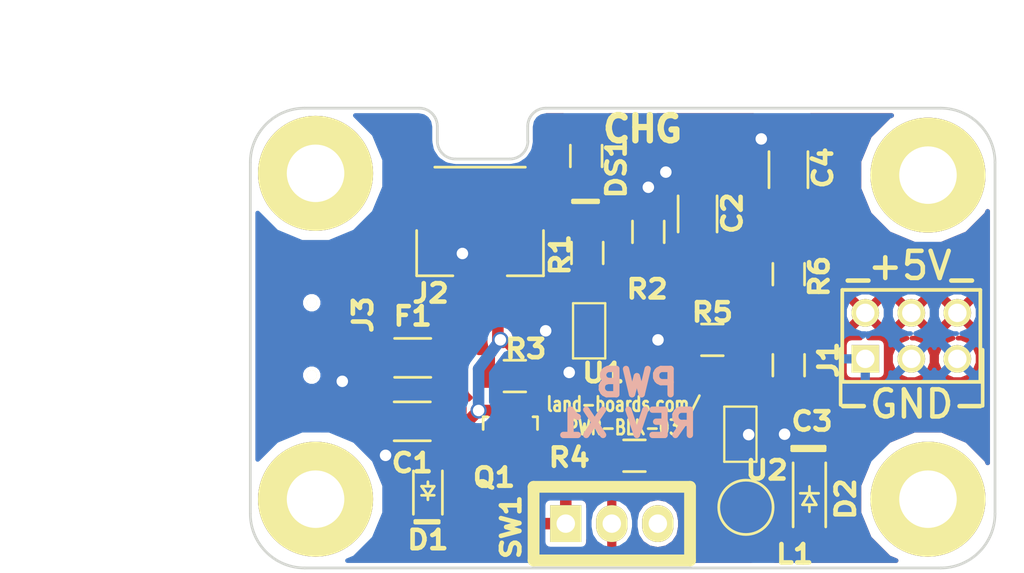
<source format=kicad_pcb>
(kicad_pcb (version 4) (host pcbnew "(after 2015-mar-04 BZR unknown)-product")

  (general
    (links 42)
    (no_connects 0)
    (area 25.941667 29.225 82.700001 60.7298)
    (thickness 1.6)
    (drawings 42)
    (tracks 91)
    (zones 0)
    (modules 28)
    (nets 14)
  )

  (page A)
  (title_block
    (title "One Wire Data Logger")
    (rev X1)
  )

  (layers
    (0 F.Cu signal)
    (31 B.Cu signal)
    (36 B.SilkS user)
    (37 F.SilkS user)
    (38 B.Mask user)
    (39 F.Mask user)
    (40 Dwgs.User user)
    (44 Edge.Cuts user)
  )

  (setup
    (last_trace_width 0.254)
    (user_trace_width 0.2032)
    (user_trace_width 0.635)
    (trace_clearance 0.254)
    (zone_clearance 0.2032)
    (zone_45_only no)
    (trace_min 0.1524)
    (segment_width 0.2)
    (edge_width 0.15)
    (via_size 0.889)
    (via_drill 0.635)
    (via_min_size 0.889)
    (via_min_drill 0.508)
    (uvia_size 0.508)
    (uvia_drill 0.127)
    (uvias_allowed no)
    (uvia_min_size 0.508)
    (uvia_min_drill 0.127)
    (pcb_text_width 0.3)
    (pcb_text_size 1 1)
    (mod_edge_width 0.15)
    (mod_text_size 1.143 1.016)
    (mod_text_width 0.254)
    (pad_size 6.35 6.35)
    (pad_drill 3.175)
    (pad_to_mask_clearance 0.1016)
    (aux_axis_origin 0 0)
    (visible_elements 7FFFFF7F)
    (pcbplotparams
      (layerselection 0x010f0_80000001)
      (usegerberextensions true)
      (excludeedgelayer true)
      (linewidth 0.150000)
      (plotframeref false)
      (viasonmask false)
      (mode 1)
      (useauxorigin false)
      (hpglpennumber 1)
      (hpglpenspeed 20)
      (hpglpendiameter 15)
      (hpglpenoverlay 2)
      (psnegative false)
      (psa4output false)
      (plotreference true)
      (plotvalue true)
      (plotinvisibletext false)
      (padsonsilk false)
      (subtractmaskfromsilk false)
      (outputformat 1)
      (mirror false)
      (drillshape 0)
      (scaleselection 1)
      (outputdirectory plots/))
  )

  (net 0 "")
  (net 1 "/5V Power Supply/+5VOUT")
  (net 2 "/5V Power Supply/3.7V")
  (net 3 "/LiPo Battery Charger/VB-3.7")
  (net 4 GND)
  (net 5 "Net-(C3-Pad1)")
  (net 6 "Net-(DS1-Pad2)")
  (net 7 "Net-(F1-Pad1)")
  (net 8 "Net-(R1-Pad1)")
  (net 9 "Net-(R2-Pad1)")
  (net 10 "/5V Power Supply/VFB")
  (net 11 /USB/+5VUSB)
  (net 12 "Net-(C1-Pad1)")
  (net 13 "Net-(R4-Pad2)")

  (net_class Default "This is the default net class."
    (clearance 0.254)
    (trace_width 0.254)
    (via_dia 0.889)
    (via_drill 0.635)
    (uvia_dia 0.508)
    (uvia_drill 0.127)
    (add_net "/5V Power Supply/+5VOUT")
    (add_net "/5V Power Supply/3.7V")
    (add_net "/5V Power Supply/VFB")
    (add_net "/LiPo Battery Charger/VB-3.7")
    (add_net /USB/+5VUSB)
    (add_net GND)
    (add_net "Net-(C1-Pad1)")
    (add_net "Net-(C3-Pad1)")
    (add_net "Net-(DS1-Pad2)")
    (add_net "Net-(F1-Pad1)")
    (add_net "Net-(R1-Pad1)")
    (add_net "Net-(R2-Pad1)")
    (add_net "Net-(R4-Pad2)")
  )

  (module DougsNewMods:USB_Micro-B-Wellco-SMT (layer F.Cu) (tedit 567EE573) (tstamp 567EE9F4)
    (at 43.915 47.75 270)
    (descr "Micro USB Type B Receptacle")
    (tags "USB USB_B USB_micro USB_OTG")
    (path /53C9C2FF/567EEACC)
    (clearance 0.1524)
    (attr smd)
    (fp_text reference J3 (at -1.343 -2.304 270) (layer F.SilkS)
      (effects (font (size 1.016 1.143) (thickness 0.254)))
    )
    (fp_text value USB-MICRO-B (at 0 4.8 270) (layer Dwgs.User) hide
      (effects (font (size 1 1) (thickness 0.15)))
    )
    (pad 1 smd rect (at -1.3 -0.4 270) (size 0.4 1.8) (layers F.Cu F.Mask)
      (net 7 "Net-(F1-Pad1)"))
    (pad 2 smd rect (at -0.65 -0.4 270) (size 0.4 1.8) (layers F.Cu F.Mask))
    (pad 3 smd rect (at 0 -0.4 270) (size 0.4 1.8) (layers F.Cu F.Mask))
    (pad 4 smd rect (at 0.65 -0.4 270) (size 0.4 1.8) (layers F.Cu F.Mask))
    (pad 5 smd rect (at 1.3 -0.4 270) (size 0.4 1.8) (layers F.Cu F.Mask)
      (net 4 GND))
    (pad "" np_thru_hole circle (at -2 0.525) (size 0.55 0.55) (drill 0.55) (layers *.Cu *.Mask F.SilkS))
    (pad "" np_thru_hole circle (at 2 0.525) (size 0.55 0.55) (drill oval 0.55) (layers *.Cu *.Mask F.SilkS))
    (pad 7 smd rect (at -3.95 2.625) (size 1.9 1.9) (layers F.Cu F.Mask))
    (pad 6 smd rect (at 3.95 2.625) (size 1.9 1.9) (layers F.Cu F.Mask))
  )

  (module FIDUCIAL (layer F.Cu) (tedit 518BF783) (tstamp 53CC1817)
    (at 73.4 53.3)
    (path /518D21B8)
    (fp_text reference FID1 (at 0 2.3495) (layer F.SilkS) hide
      (effects (font (size 1.016 1.143) (thickness 0.254)))
    )
    (fp_text value CONN_1 (at 0.127 -2.794) (layer F.SilkS) hide
      (effects (font (size 1.016 1.016) (thickness 0.2032)))
    )
    (pad 1 smd circle (at 0 0) (size 1 1) (layers F.Cu F.Mask)
      (solder_mask_margin 1) (clearance 1))
  )

  (module FIDUCIAL (layer F.Cu) (tedit 567EDB9E) (tstamp 518D1DC2)
    (at 43.4 50.6)
    (path /518D20E3)
    (fp_text reference FID2 (at 0 2.3495) (layer F.SilkS) hide
      (effects (font (size 1.016 1.143) (thickness 0.254)))
    )
    (fp_text value CONN_1 (at 0.127 -2.794) (layer F.SilkS) hide
      (effects (font (size 1.016 1.016) (thickness 0.2032)))
    )
    (pad 1 smd circle (at 2.429 -6.709) (size 1 1) (layers F.Cu F.Mask)
      (solder_mask_margin 1) (clearance 1))
  )

  (module SOT23-5 (layer F.Cu) (tedit 567F338E) (tstamp 517EB80B)
    (at 67.047 53.011 90)
    (path /517C5DAF/517C7898)
    (attr smd)
    (fp_text reference U2 (at -1.989 1.453 180) (layer F.SilkS)
      (effects (font (size 1.016 1.143) (thickness 0.254)))
    )
    (fp_text value LMR62014 (at 0 0 90) (layer F.SilkS) hide
      (effects (font (size 0.635 0.635) (thickness 0.127)))
    )
    (fp_line (start 1.524 -0.889) (end 1.524 0.889) (layer F.SilkS) (width 0.127))
    (fp_line (start 1.524 0.889) (end -1.524 0.889) (layer F.SilkS) (width 0.127))
    (fp_line (start -1.524 0.889) (end -1.524 -0.889) (layer F.SilkS) (width 0.127))
    (fp_line (start -1.524 -0.889) (end 1.524 -0.889) (layer F.SilkS) (width 0.127))
    (pad 1 smd rect (at -0.9525 1.27 90) (size 0.508 0.762) (layers F.Cu F.Mask)
      (net 10 "/5V Power Supply/VFB"))
    (pad 3 smd rect (at 0.9525 1.27 90) (size 0.508 0.762) (layers F.Cu F.Mask)
      (net 5 "Net-(C3-Pad1)"))
    (pad 5 smd rect (at -0.9525 -1.27 90) (size 0.508 0.762) (layers F.Cu F.Mask)
      (net 2 "/5V Power Supply/3.7V"))
    (pad 2 smd rect (at 0 1.27 90) (size 0.508 0.762) (layers F.Cu F.Mask)
      (net 4 GND))
    (pad 4 smd rect (at 0.9525 -1.27 90) (size 0.508 0.762) (layers F.Cu F.Mask)
      (net 13 "Net-(R4-Pad2)"))
    (model smd/SOT23_5.wrl
      (at (xyz 0 0 0))
      (scale (xyz 0.1 0.1 0.1))
      (rotate (xyz 0 0 0))
    )
  )

  (module JST-2-SMT (layer F.Cu) (tedit 54A95986) (tstamp 53EB955C)
    (at 52.68 42.26)
    (path /517C5D95/517C6133)
    (clearance 0.1524)
    (attr smd)
    (fp_text reference J2 (at -2.728 2.968) (layer F.SilkS)
      (effects (font (size 1.016 1.143) (thickness 0.254)))
    )
    (fp_text value JST_2 (at 0 6) (layer F.SilkS) hide
      (effects (font (size 1.27 1.27) (thickness 0.0889)))
    )
    (fp_line (start 1.5 2) (end 3.5 2) (layer F.SilkS) (width 0.15))
    (fp_line (start 3.5 2) (end 3.5 -0.5) (layer F.SilkS) (width 0.15))
    (fp_line (start -3.5 -0.5) (end -3.5 2) (layer F.SilkS) (width 0.15))
    (fp_line (start -3.5 2) (end -1.5 2) (layer F.SilkS) (width 0.15))
    (fp_line (start -2.5 -4) (end 2.5 -4) (layer F.SilkS) (width 0.15))
    (fp_text user "" (at -2.20218 5.3848) (layer B.SilkS)
      (effects (font (size 1.4224 1.4224) (thickness 0.0889)))
    )
    (fp_text user "" (at 2.98196 5.3848) (layer B.SilkS)
      (effects (font (size 1.4224 1.4224) (thickness 0.0889)))
    )
    (pad 1 smd rect (at -1 3) (size 1 3) (layers F.Cu F.Mask)
      (net 4 GND))
    (pad 2 smd rect (at 1 3) (size 1 3) (layers F.Cu F.Mask)
      (net 12 "Net-(C1-Pad1)"))
    (pad NC1 smd rect (at -3.35 -2.5) (size 1.5 3.4) (layers F.Cu F.Mask))
    (pad NC2 smd rect (at 3.35 -2.5) (size 1.5 3.4) (layers F.Cu F.Mask))
  )

  (module MTG-4-40 (layer F.Cu) (tedit 540CB4BD) (tstamp 540CB231)
    (at 43.5 38.5)
    (path /51830500)
    (fp_text reference MTG1 (at -6.858 -0.635) (layer F.SilkS) hide
      (effects (font (size 1.016 1.143) (thickness 0.254)))
    )
    (fp_text value CONN_1 (at 0 -5.08) (layer F.SilkS) hide
      (effects (font (thickness 0.3048)))
    )
    (pad 1 thru_hole circle (at 0.1 0.1) (size 6.35 6.35) (drill 3.175) (layers *.Cu *.Mask F.SilkS)
      (clearance 0.508))
  )

  (module MTG-4-40 (layer F.Cu) (tedit 567F2966) (tstamp 517C7754)
    (at 43.6 56.8)
    (path /5183051E)
    (fp_text reference MTG3 (at -6.858 -0.635) (layer F.SilkS) hide
      (effects (font (size 1.016 1.143) (thickness 0.254)))
    )
    (fp_text value CONN_1 (at 0 -5.08) (layer F.SilkS) hide
      (effects (font (thickness 0.3048)))
    )
    (pad 1 thru_hole circle (at 0 -0.2) (size 6.35 6.35) (drill 3.175) (layers *.Cu *.Mask F.SilkS)
      (clearance 0.508))
  )

  (module MTG-4-40 (layer F.Cu) (tedit 540CB535) (tstamp 53C9C386)
    (at 77.5 54.7)
    (path /5183050F)
    (fp_text reference MTG2 (at -6.858 -0.635) (layer F.SilkS) hide
      (effects (font (size 1.016 1.143) (thickness 0.254)))
    )
    (fp_text value CONN_1 (at 0 -5.08) (layer F.SilkS) hide
      (effects (font (thickness 0.3048)))
    )
    (pad 1 thru_hole circle (at -0.1 1.9) (size 6.35 6.35) (drill 3.175) (layers *.Cu *.Mask F.SilkS)
      (clearance 0.508))
  )

  (module MTG-4-40 (layer F.Cu) (tedit 540CB51F) (tstamp 53C9C38B)
    (at 77.5 38.6)
    (path /5183052D)
    (fp_text reference MTG4 (at -6.858 -0.635) (layer F.SilkS) hide
      (effects (font (size 1.016 1.143) (thickness 0.254)))
    )
    (fp_text value CONN_1 (at 0 -5.08) (layer F.SilkS) hide
      (effects (font (thickness 0.3048)))
    )
    (pad 1 thru_hole circle (at -0.1 0.1) (size 6.35 6.35) (drill 3.175) (layers *.Cu *.Mask F.SilkS)
      (clearance 0.508))
  )

  (module SOT23-5 (layer F.Cu) (tedit 567F2DEC) (tstamp 53CC0B5B)
    (at 58.7 47.3 270)
    (path /517C5D95/54A6FD42)
    (attr smd)
    (fp_text reference U1 (at 2.328 -0.785 360) (layer F.SilkS)
      (effects (font (size 1.016 1.143) (thickness 0.254)))
    )
    (fp_text value MCP73831 (at 0.123 2.3388 270) (layer F.SilkS) hide
      (effects (font (size 0.635 0.635) (thickness 0.127)))
    )
    (fp_line (start 1.524 -0.889) (end 1.524 0.889) (layer F.SilkS) (width 0.127))
    (fp_line (start 1.524 0.889) (end -1.524 0.889) (layer F.SilkS) (width 0.127))
    (fp_line (start -1.524 0.889) (end -1.524 -0.889) (layer F.SilkS) (width 0.127))
    (fp_line (start -1.524 -0.889) (end 1.524 -0.889) (layer F.SilkS) (width 0.127))
    (pad 1 smd rect (at -0.9525 1.27 270) (size 0.508 0.762) (layers F.Cu F.Mask)
      (net 8 "Net-(R1-Pad1)"))
    (pad 3 smd rect (at 0.9525 1.27 270) (size 0.508 0.762) (layers F.Cu F.Mask)
      (net 12 "Net-(C1-Pad1)"))
    (pad 5 smd rect (at -0.9525 -1.27 270) (size 0.508 0.762) (layers F.Cu F.Mask)
      (net 9 "Net-(R2-Pad1)"))
    (pad 2 smd rect (at 0 1.27 270) (size 0.508 0.762) (layers F.Cu F.Mask)
      (net 4 GND))
    (pad 4 smd rect (at 0.9525 -1.27 270) (size 0.508 0.762) (layers F.Cu F.Mask)
      (net 11 /USB/+5VUSB))
    (model smd/SOT23_5.wrl
      (at (xyz 0 0 0))
      (scale (xyz 0.1 0.1 0.1))
      (rotate (xyz 0 0 0))
    )
  )

  (module PIN_ARRAY_3X2 (layer F.Cu) (tedit 567F2560) (tstamp 53EF7D4F)
    (at 76.4802 47.5796)
    (descr "Double rangee de contacts 2 x 4 pins")
    (tags CONN)
    (path /54A94CB7)
    (fp_text reference J1 (at -4.5802 1.3204 90) (layer F.SilkS)
      (effects (font (size 1.016 1.143) (thickness 0.254)))
    )
    (fp_text value CONN_3X2 (at 0 3.81) (layer F.SilkS) hide
      (effects (font (size 1.016 1.016) (thickness 0.2032)))
    )
    (fp_line (start 3.81 2.54) (end -3.81 2.54) (layer F.SilkS) (width 0.2032))
    (fp_line (start -3.81 -2.54) (end 3.81 -2.54) (layer F.SilkS) (width 0.2032))
    (fp_line (start 3.81 -2.54) (end 3.81 2.54) (layer F.SilkS) (width 0.2032))
    (fp_line (start -3.81 2.54) (end -3.81 -2.54) (layer F.SilkS) (width 0.2032))
    (pad 1 thru_hole rect (at -2.54 1.27) (size 1.524 1.524) (drill 1.016) (layers *.Cu *.Mask F.SilkS)
      (net 4 GND))
    (pad 2 thru_hole circle (at -2.54 -1.27) (size 1.524 1.524) (drill 1.016) (layers *.Cu *.Mask F.SilkS)
      (net 1 "/5V Power Supply/+5VOUT"))
    (pad 3 thru_hole circle (at 0 1.27) (size 1.524 1.524) (drill 1.016) (layers *.Cu *.Mask F.SilkS)
      (net 4 GND))
    (pad 4 thru_hole circle (at 0 -1.27) (size 1.524 1.524) (drill 1.016) (layers *.Cu *.Mask F.SilkS)
      (net 1 "/5V Power Supply/+5VOUT"))
    (pad 5 thru_hole circle (at 2.54 1.27) (size 1.524 1.524) (drill 1.016) (layers *.Cu *.Mask F.SilkS)
      (net 4 GND))
    (pad 6 thru_hole circle (at 2.54 -1.27) (size 1.524 1.524) (drill 1.016) (layers *.Cu *.Mask F.SilkS)
      (net 1 "/5V Power Supply/+5VOUT"))
    (model pin_array/pins_array_3x2.wrl
      (at (xyz 0 0 0))
      (scale (xyz 1 1 1))
      (rotate (xyz 0 0 0))
    )
  )

  (module Diodes_SMD:SOD-323 (layer F.Cu) (tedit 567F2F58) (tstamp 567BB62F)
    (at 49.8004 56.1352 90)
    (descr SOD-323)
    (tags SOD-323)
    (path /517C5D95/567D87A7)
    (attr smd)
    (fp_text reference D1 (at -2.7148 -0.0004 180) (layer F.SilkS)
      (effects (font (size 1.016 1.143) (thickness 0.254)))
    )
    (fp_text value D_Schottky_FixedPinout (at 0.1 1.9 90) (layer F.SilkS) hide
      (effects (font (size 1 1) (thickness 0.15)))
    )
    (fp_line (start 0.25 0) (end 0.5 0) (layer F.SilkS) (width 0.15))
    (fp_line (start -0.25 0) (end -0.5 0) (layer F.SilkS) (width 0.15))
    (fp_line (start -0.25 0) (end 0.25 -0.35) (layer F.SilkS) (width 0.15))
    (fp_line (start 0.25 -0.35) (end 0.25 0.35) (layer F.SilkS) (width 0.15))
    (fp_line (start 0.25 0.35) (end -0.25 0) (layer F.SilkS) (width 0.15))
    (fp_line (start -0.25 -0.35) (end -0.25 0.35) (layer F.SilkS) (width 0.15))
    (fp_line (start -1.5 -0.95) (end 1.5 -0.95) (layer F.CrtYd) (width 0.05))
    (fp_line (start 1.5 -0.95) (end 1.5 0.95) (layer F.CrtYd) (width 0.05))
    (fp_line (start -1.5 0.95) (end 1.5 0.95) (layer F.CrtYd) (width 0.05))
    (fp_line (start -1.5 -0.95) (end -1.5 0.95) (layer F.CrtYd) (width 0.05))
    (fp_line (start -1.3 0.8) (end 1.1 0.8) (layer F.SilkS) (width 0.15))
    (fp_line (start -1.3 -0.8) (end 1.1 -0.8) (layer F.SilkS) (width 0.15))
    (pad 1 smd rect (at -1.055 0 90) (size 0.59 0.45) (layers F.Cu F.Mask)
      (net 3 "/LiPo Battery Charger/VB-3.7"))
    (pad 2 smd rect (at 1.055 0 90) (size 0.59 0.45) (layers F.Cu F.Mask)
      (net 11 /USB/+5VUSB))
  )

  (module TO_SOT_Packages_SMD:SOT-23 (layer F.Cu) (tedit 567F2E8B) (tstamp 567BB63F)
    (at 54.35 52.7)
    (descr "SOT-23, Standard")
    (tags SOT-23)
    (path /517C5D95/567F329F)
    (attr smd)
    (fp_text reference Q1 (at -0.9 2.7) (layer F.SilkS)
      (effects (font (size 1.016 1.143) (thickness 0.254)))
    )
    (fp_text value PMV48XP (at 0 2.3) (layer F.SilkS) hide
      (effects (font (size 1 1) (thickness 0.15)))
    )
    (fp_line (start -1.65 -1.6) (end 1.65 -1.6) (layer F.CrtYd) (width 0.05))
    (fp_line (start 1.65 -1.6) (end 1.65 1.6) (layer F.CrtYd) (width 0.05))
    (fp_line (start 1.65 1.6) (end -1.65 1.6) (layer F.CrtYd) (width 0.05))
    (fp_line (start -1.65 1.6) (end -1.65 -1.6) (layer F.CrtYd) (width 0.05))
    (fp_line (start 1.29916 -0.65024) (end 1.2509 -0.65024) (layer F.SilkS) (width 0.15))
    (fp_line (start -1.49982 0.0508) (end -1.49982 -0.65024) (layer F.SilkS) (width 0.15))
    (fp_line (start -1.49982 -0.65024) (end -1.2509 -0.65024) (layer F.SilkS) (width 0.15))
    (fp_line (start 1.29916 -0.65024) (end 1.49982 -0.65024) (layer F.SilkS) (width 0.15))
    (fp_line (start 1.49982 -0.65024) (end 1.49982 0.0508) (layer F.SilkS) (width 0.15))
    (pad 1 smd rect (at -0.95 1.00076) (size 0.8001 0.8001) (layers F.Cu F.Mask)
      (net 11 /USB/+5VUSB))
    (pad 2 smd rect (at 0.95 1.00076) (size 0.8001 0.8001) (layers F.Cu F.Mask)
      (net 3 "/LiPo Battery Charger/VB-3.7"))
    (pad 3 smd rect (at 0 -0.99822) (size 0.8001 0.8001) (layers F.Cu F.Mask)
      (net 12 "Net-(C1-Pad1)"))
    (model TO_SOT_Packages_SMD.3dshapes/SOT-23.wrl
      (at (xyz 0 0 0))
      (scale (xyz 1 1 1))
      (rotate (xyz 0 0 0))
    )
  )

  (module Resistors_SMD:R_1206_HandSoldering (layer F.Cu) (tedit 567F235B) (tstamp 567D9277)
    (at 64.6848 40.8444 90)
    (descr "Resistor SMD 1206, hand soldering")
    (tags "resistor 1206")
    (path /517C5DAF/517C78BC)
    (attr smd)
    (fp_text reference C2 (at 0.0444 1.9152 270) (layer F.SilkS)
      (effects (font (size 1.016 1.143) (thickness 0.254)))
    )
    (fp_text value 4.7uF (at 0 2.3 90) (layer F.SilkS) hide
      (effects (font (size 1 1) (thickness 0.15)))
    )
    (fp_line (start -3.3 -1.2) (end 3.3 -1.2) (layer F.CrtYd) (width 0.05))
    (fp_line (start -3.3 1.2) (end 3.3 1.2) (layer F.CrtYd) (width 0.05))
    (fp_line (start -3.3 -1.2) (end -3.3 1.2) (layer F.CrtYd) (width 0.05))
    (fp_line (start 3.3 -1.2) (end 3.3 1.2) (layer F.CrtYd) (width 0.05))
    (fp_line (start 1 1.075) (end -1 1.075) (layer F.SilkS) (width 0.15))
    (fp_line (start -1 -1.075) (end 1 -1.075) (layer F.SilkS) (width 0.15))
    (pad 1 smd rect (at -2 0 90) (size 2 1.7) (layers F.Cu F.Mask)
      (net 2 "/5V Power Supply/3.7V"))
    (pad 2 smd rect (at 2 0 90) (size 2 1.7) (layers F.Cu F.Mask)
      (net 4 GND))
    (model Resistors_SMD.3dshapes/R_1206_HandSoldering.wrl
      (at (xyz 0 0 0))
      (scale (xyz 1 1 1))
      (rotate (xyz 0 0 0))
    )
  )

  (module Resistors_SMD:R_1206_HandSoldering (layer F.Cu) (tedit 567F2367) (tstamp 567D9278)
    (at 69.7 38.4 90)
    (descr "Resistor SMD 1206, hand soldering")
    (tags "resistor 1206")
    (path /517C5DAF/517C7D72)
    (attr smd)
    (fp_text reference C4 (at 0.1 1.9 90) (layer F.SilkS)
      (effects (font (size 1.016 1.143) (thickness 0.254)))
    )
    (fp_text value 4.7uF (at 0 2.3 90) (layer F.SilkS) hide
      (effects (font (size 1 1) (thickness 0.15)))
    )
    (fp_line (start -3.3 -1.2) (end 3.3 -1.2) (layer F.CrtYd) (width 0.05))
    (fp_line (start -3.3 1.2) (end 3.3 1.2) (layer F.CrtYd) (width 0.05))
    (fp_line (start -3.3 -1.2) (end -3.3 1.2) (layer F.CrtYd) (width 0.05))
    (fp_line (start 3.3 -1.2) (end 3.3 1.2) (layer F.CrtYd) (width 0.05))
    (fp_line (start 1 1.075) (end -1 1.075) (layer F.SilkS) (width 0.15))
    (fp_line (start -1 -1.075) (end 1 -1.075) (layer F.SilkS) (width 0.15))
    (pad 1 smd rect (at -2 0 90) (size 2 1.7) (layers F.Cu F.Mask)
      (net 1 "/5V Power Supply/+5VOUT"))
    (pad 2 smd rect (at 2 0 90) (size 2 1.7) (layers F.Cu F.Mask)
      (net 4 GND))
    (model Resistors_SMD.3dshapes/R_1206_HandSoldering.wrl
      (at (xyz 0 0 0))
      (scale (xyz 1 1 1))
      (rotate (xyz 0 0 0))
    )
  )

  (module Resistors_SMD:R_0805_HandSoldering (layer F.Cu) (tedit 567F36C7) (tstamp 567D9283)
    (at 69.714 49.201 270)
    (descr "Resistor SMD 0805, hand soldering")
    (tags "resistor 0805")
    (path /517C5DAF/517C7F11)
    (attr smd)
    (fp_text reference C3 (at 3.099 -1.286 360) (layer F.SilkS)
      (effects (font (size 1.016 1.143) (thickness 0.254)))
    )
    (fp_text value 680pF (at 0 2.1 270) (layer F.SilkS) hide
      (effects (font (size 1 1) (thickness 0.15)))
    )
    (fp_line (start -2.4 -1) (end 2.4 -1) (layer F.CrtYd) (width 0.05))
    (fp_line (start -2.4 1) (end 2.4 1) (layer F.CrtYd) (width 0.05))
    (fp_line (start -2.4 -1) (end -2.4 1) (layer F.CrtYd) (width 0.05))
    (fp_line (start 2.4 -1) (end 2.4 1) (layer F.CrtYd) (width 0.05))
    (fp_line (start 0.6 0.875) (end -0.6 0.875) (layer F.SilkS) (width 0.15))
    (fp_line (start -0.6 -0.875) (end 0.6 -0.875) (layer F.SilkS) (width 0.15))
    (pad 1 smd rect (at -1.35 0 270) (size 1.5 1.3) (layers F.Cu F.Mask)
      (net 5 "Net-(C3-Pad1)"))
    (pad 2 smd rect (at 1.35 0 270) (size 1.5 1.3) (layers F.Cu F.Mask)
      (net 1 "/5V Power Supply/+5VOUT"))
    (model Resistors_SMD.3dshapes/R_0805_HandSoldering.wrl
      (at (xyz 0 0 0))
      (scale (xyz 1 1 1))
      (rotate (xyz 0 0 0))
    )
  )

  (module Resistors_SMD:R_0805_HandSoldering (layer F.Cu) (tedit 567F3C79) (tstamp 567D928E)
    (at 61.2 54.2)
    (descr "Resistor SMD 0805, hand soldering")
    (tags "resistor 0805")
    (path /517C5DAF/517C78A7)
    (attr smd)
    (fp_text reference R4 (at -3.6 0.1 180) (layer F.SilkS)
      (effects (font (size 1.016 1.143) (thickness 0.254)))
    )
    (fp_text value 1M (at 0 2.1) (layer F.SilkS) hide
      (effects (font (size 1 1) (thickness 0.15)))
    )
    (fp_line (start -2.4 -1) (end 2.4 -1) (layer F.CrtYd) (width 0.05))
    (fp_line (start -2.4 1) (end 2.4 1) (layer F.CrtYd) (width 0.05))
    (fp_line (start -2.4 -1) (end -2.4 1) (layer F.CrtYd) (width 0.05))
    (fp_line (start 2.4 -1) (end 2.4 1) (layer F.CrtYd) (width 0.05))
    (fp_line (start 0.6 0.875) (end -0.6 0.875) (layer F.SilkS) (width 0.15))
    (fp_line (start -0.6 -0.875) (end 0.6 -0.875) (layer F.SilkS) (width 0.15))
    (pad 1 smd rect (at -1.35 0) (size 1.5 1.3) (layers F.Cu F.Mask)
      (net 2 "/5V Power Supply/3.7V"))
    (pad 2 smd rect (at 1.35 0) (size 1.5 1.3) (layers F.Cu F.Mask)
      (net 13 "Net-(R4-Pad2)"))
    (model Resistors_SMD.3dshapes/R_0805_HandSoldering.wrl
      (at (xyz 0 0 0))
      (scale (xyz 1 1 1))
      (rotate (xyz 0 0 0))
    )
  )

  (module Resistors_SMD:R_0805_HandSoldering (layer F.Cu) (tedit 567EE370) (tstamp 567D9299)
    (at 65.5 47.8 180)
    (descr "Resistor SMD 0805, hand soldering")
    (tags "resistor 0805")
    (path /517C5DAF/517C7E46)
    (attr smd)
    (fp_text reference R5 (at 0 1.524 180) (layer F.SilkS)
      (effects (font (size 1.016 1.143) (thickness 0.254)))
    )
    (fp_text value 1K (at 0 2.1 180) (layer F.SilkS) hide
      (effects (font (size 1 1) (thickness 0.15)))
    )
    (fp_line (start -2.4 -1) (end 2.4 -1) (layer F.CrtYd) (width 0.05))
    (fp_line (start -2.4 1) (end 2.4 1) (layer F.CrtYd) (width 0.05))
    (fp_line (start -2.4 -1) (end -2.4 1) (layer F.CrtYd) (width 0.05))
    (fp_line (start 2.4 -1) (end 2.4 1) (layer F.CrtYd) (width 0.05))
    (fp_line (start 0.6 0.875) (end -0.6 0.875) (layer F.SilkS) (width 0.15))
    (fp_line (start -0.6 -0.875) (end 0.6 -0.875) (layer F.SilkS) (width 0.15))
    (pad 1 smd rect (at -1.35 0 180) (size 1.5 1.3) (layers F.Cu F.Mask)
      (net 5 "Net-(C3-Pad1)"))
    (pad 2 smd rect (at 1.35 0 180) (size 1.5 1.3) (layers F.Cu F.Mask)
      (net 4 GND))
    (model Resistors_SMD.3dshapes/R_0805_HandSoldering.wrl
      (at (xyz 0 0 0))
      (scale (xyz 1 1 1))
      (rotate (xyz 0 0 0))
    )
  )

  (module Resistors_SMD:R_0805_HandSoldering (layer F.Cu) (tedit 567F236E) (tstamp 567D92A4)
    (at 69.714 44.1718 90)
    (descr "Resistor SMD 0805, hand soldering")
    (tags "resistor 0805")
    (path /517C5DAF/517C7E37)
    (attr smd)
    (fp_text reference R6 (at -0.1282 1.686 270) (layer F.SilkS)
      (effects (font (size 1.016 1.143) (thickness 0.254)))
    )
    (fp_text value 3.09K (at 0 2.1 90) (layer F.SilkS) hide
      (effects (font (size 1 1) (thickness 0.15)))
    )
    (fp_line (start -2.4 -1) (end 2.4 -1) (layer F.CrtYd) (width 0.05))
    (fp_line (start -2.4 1) (end 2.4 1) (layer F.CrtYd) (width 0.05))
    (fp_line (start -2.4 -1) (end -2.4 1) (layer F.CrtYd) (width 0.05))
    (fp_line (start 2.4 -1) (end 2.4 1) (layer F.CrtYd) (width 0.05))
    (fp_line (start 0.6 0.875) (end -0.6 0.875) (layer F.SilkS) (width 0.15))
    (fp_line (start -0.6 -0.875) (end 0.6 -0.875) (layer F.SilkS) (width 0.15))
    (pad 1 smd rect (at -1.35 0 90) (size 1.5 1.3) (layers F.Cu F.Mask)
      (net 5 "Net-(C3-Pad1)"))
    (pad 2 smd rect (at 1.35 0 90) (size 1.5 1.3) (layers F.Cu F.Mask)
      (net 1 "/5V Power Supply/+5VOUT"))
    (model Resistors_SMD.3dshapes/R_0805_HandSoldering.wrl
      (at (xyz 0 0 0))
      (scale (xyz 1 1 1))
      (rotate (xyz 0 0 0))
    )
  )

  (module DougsNewMods:SOD-123-FIXED (layer F.Cu) (tedit 567F036A) (tstamp 567F0A81)
    (at 70.857 56.5924 270)
    (descr SOD-123)
    (tags SOD-123)
    (path /517C5DAF/517C7D22)
    (attr smd)
    (fp_text reference D2 (at 0 -2 270) (layer F.SilkS)
      (effects (font (size 1.016 1.143) (thickness 0.254)))
    )
    (fp_text value MBR0520LT1G (at 0 2.1 270) (layer F.SilkS) hide
      (effects (font (size 1 1) (thickness 0.15)))
    )
    (fp_line (start 0.3175 0) (end 0.6985 0) (layer F.SilkS) (width 0.15))
    (fp_line (start -0.6985 0) (end -0.3175 0) (layer F.SilkS) (width 0.15))
    (fp_line (start -0.3175 0) (end 0.3175 -0.381) (layer F.SilkS) (width 0.15))
    (fp_line (start 0.3175 -0.381) (end 0.3175 0.381) (layer F.SilkS) (width 0.15))
    (fp_line (start 0.3175 0.381) (end -0.3175 0) (layer F.SilkS) (width 0.15))
    (fp_line (start -0.3175 -0.508) (end -0.3175 0.508) (layer F.SilkS) (width 0.15))
    (fp_line (start -2.25 -1.05) (end 2.25 -1.05) (layer F.CrtYd) (width 0.05))
    (fp_line (start 2.25 -1.05) (end 2.25 1.05) (layer F.CrtYd) (width 0.05))
    (fp_line (start 2.25 1.05) (end -2.25 1.05) (layer F.CrtYd) (width 0.05))
    (fp_line (start -2.25 -1.05) (end -2.25 1.05) (layer F.CrtYd) (width 0.05))
    (fp_line (start -2 0.9) (end 1.54 0.9) (layer F.SilkS) (width 0.15))
    (fp_line (start -2 -0.9) (end 1.54 -0.9) (layer F.SilkS) (width 0.15))
    (pad 2 smd rect (at -1.635 0 270) (size 0.91 1.22) (layers F.Cu F.Mask)
      (net 1 "/5V Power Supply/+5VOUT"))
    (pad 1 smd rect (at 1.635 0 270) (size 0.91 1.22) (layers F.Cu F.Mask)
      (net 10 "/5V Power Supply/VFB"))
  )

  (module DougsNewMods:SPDT0.1IN (layer F.Cu) (tedit 567F2D19) (tstamp 567F27D9)
    (at 59.95 57.95 90)
    (descr "Through hole pin header")
    (tags "pin header")
    (path /567F2212)
    (fp_text reference SW1 (at -0.187 -5.5588 90) (layer F.SilkS)
      (effects (font (size 1.016 1.143) (thickness 0.254)))
    )
    (fp_text value Switch_SPDT_x2 (at 0 -5.64 90) (layer F.SilkS) hide
      (effects (font (size 1 1) (thickness 0.15)))
    )
    (fp_line (start 2.032 -4.318) (end -2.032 -4.318) (layer F.SilkS) (width 0.65))
    (fp_line (start -2.032 -4.318) (end -2.032 4.318) (layer F.SilkS) (width 0.65))
    (fp_line (start -2.032 4.318) (end 2.032 4.318) (layer F.SilkS) (width 0.65))
    (fp_line (start 2.032 4.318) (end 2.032 -4.318) (layer F.SilkS) (width 0.65))
    (fp_line (start -1.75 -4.29) (end -1.75 4.31) (layer F.CrtYd) (width 0.05))
    (fp_line (start 1.75 -4.29) (end 1.75 4.31) (layer F.CrtYd) (width 0.05))
    (fp_line (start -1.75 -4.29) (end 1.75 -4.29) (layer F.CrtYd) (width 0.05))
    (fp_line (start -1.75 4.31) (end 1.75 4.31) (layer F.CrtYd) (width 0.05))
    (fp_line (start -1.55 -4.09) (end 1.55 -4.09) (layer F.SilkS) (width 0.15))
    (pad 1 thru_hole rect (at 0 -2.54 90) (size 2.032 1.7272) (drill 1.016) (layers *.Cu *.Mask F.SilkS)
      (net 3 "/LiPo Battery Charger/VB-3.7"))
    (pad 2 thru_hole oval (at 0 0 90) (size 2.032 1.7272) (drill 1.016) (layers *.Cu *.Mask F.SilkS)
      (net 2 "/5V Power Supply/3.7V"))
    (pad 3 thru_hole oval (at 0 2.54 90) (size 2.032 1.7272) (drill 1.016) (layers *.Cu *.Mask F.SilkS))
    (model Pin_Headers.3dshapes/Pin_Header_Straight_1x03.wrl
      (at (xyz 0 -0.1 0))
      (scale (xyz 1 1 1))
      (rotate (xyz 0 0 90))
    )
  )

  (module Resistors_SMD:R_1206_HandSoldering (layer F.Cu) (tedit 567F3B42) (tstamp 567F4749)
    (at 48.9368 52.2998 180)
    (descr "Resistor SMD 1206, hand soldering")
    (tags "resistor 1206")
    (path /517C5D95/54A9445D)
    (attr smd)
    (fp_text reference C1 (at 0 -2.3 180) (layer F.SilkS)
      (effects (font (size 1.016 1.143) (thickness 0.254)))
    )
    (fp_text value 10uF (at 0 2.3 180) (layer F.SilkS) hide
      (effects (font (size 1 1) (thickness 0.15)))
    )
    (fp_line (start -3.3 -1.2) (end 3.3 -1.2) (layer F.CrtYd) (width 0.05))
    (fp_line (start -3.3 1.2) (end 3.3 1.2) (layer F.CrtYd) (width 0.05))
    (fp_line (start -3.3 -1.2) (end -3.3 1.2) (layer F.CrtYd) (width 0.05))
    (fp_line (start 3.3 -1.2) (end 3.3 1.2) (layer F.CrtYd) (width 0.05))
    (fp_line (start 1 1.075) (end -1 1.075) (layer F.SilkS) (width 0.15))
    (fp_line (start -1 -1.075) (end 1 -1.075) (layer F.SilkS) (width 0.15))
    (pad 1 smd rect (at -2 0 180) (size 2 1.7) (layers F.Cu F.Mask)
      (net 12 "Net-(C1-Pad1)"))
    (pad 2 smd rect (at 2 0 180) (size 2 1.7) (layers F.Cu F.Mask)
      (net 4 GND))
    (model Resistors_SMD.3dshapes/R_1206_HandSoldering.wrl
      (at (xyz 0 0 0))
      (scale (xyz 1 1 1))
      (rotate (xyz 0 0 0))
    )
  )

  (module Resistors_SMD:R_0805_HandSoldering (layer F.Cu) (tedit 567F3C02) (tstamp 567F4754)
    (at 58.538 37.644 270)
    (descr "Resistor SMD 0805, hand soldering")
    (tags "resistor 0805")
    (path /517C5D95/54A6FD67)
    (attr smd)
    (fp_text reference DS1 (at 0.656 -1.662 270) (layer F.SilkS)
      (effects (font (size 1.016 1.143) (thickness 0.254)))
    )
    (fp_text value LED (at 0 2.1 270) (layer F.SilkS) hide
      (effects (font (size 1 1) (thickness 0.15)))
    )
    (fp_line (start -2.4 -1) (end 2.4 -1) (layer F.CrtYd) (width 0.05))
    (fp_line (start -2.4 1) (end 2.4 1) (layer F.CrtYd) (width 0.05))
    (fp_line (start -2.4 -1) (end -2.4 1) (layer F.CrtYd) (width 0.05))
    (fp_line (start 2.4 -1) (end 2.4 1) (layer F.CrtYd) (width 0.05))
    (fp_line (start 0.6 0.875) (end -0.6 0.875) (layer F.SilkS) (width 0.15))
    (fp_line (start -0.6 -0.875) (end 0.6 -0.875) (layer F.SilkS) (width 0.15))
    (pad 1 smd rect (at -1.35 0 270) (size 1.5 1.3) (layers F.Cu F.Mask)
      (net 11 /USB/+5VUSB))
    (pad 2 smd rect (at 1.35 0 270) (size 1.5 1.3) (layers F.Cu F.Mask)
      (net 6 "Net-(DS1-Pad2)"))
    (model Resistors_SMD.3dshapes/R_0805_HandSoldering.wrl
      (at (xyz 0 0 0))
      (scale (xyz 1 1 1))
      (rotate (xyz 0 0 0))
    )
  )

  (module Resistors_SMD:R_1206_HandSoldering (layer F.Cu) (tedit 567F3B4D) (tstamp 567F475F)
    (at 48.9622 48.7946)
    (descr "Resistor SMD 1206, hand soldering")
    (tags "resistor 1206")
    (path /53C9C2FF/53EF87F2)
    (attr smd)
    (fp_text reference F1 (at 0 -2.3) (layer F.SilkS)
      (effects (font (size 1.016 1.143) (thickness 0.254)))
    )
    (fp_text value FUSE (at 0 2.3) (layer F.SilkS) hide
      (effects (font (size 1 1) (thickness 0.15)))
    )
    (fp_line (start -3.3 -1.2) (end 3.3 -1.2) (layer F.CrtYd) (width 0.05))
    (fp_line (start -3.3 1.2) (end 3.3 1.2) (layer F.CrtYd) (width 0.05))
    (fp_line (start -3.3 -1.2) (end -3.3 1.2) (layer F.CrtYd) (width 0.05))
    (fp_line (start 3.3 -1.2) (end 3.3 1.2) (layer F.CrtYd) (width 0.05))
    (fp_line (start 1 1.075) (end -1 1.075) (layer F.SilkS) (width 0.15))
    (fp_line (start -1 -1.075) (end 1 -1.075) (layer F.SilkS) (width 0.15))
    (pad 1 smd rect (at -2 0) (size 2 1.7) (layers F.Cu F.Mask)
      (net 7 "Net-(F1-Pad1)"))
    (pad 2 smd rect (at 2 0) (size 2 1.7) (layers F.Cu F.Mask)
      (net 11 /USB/+5VUSB))
    (model Resistors_SMD.3dshapes/R_1206_HandSoldering.wrl
      (at (xyz 0 0 0))
      (scale (xyz 1 1 1))
      (rotate (xyz 0 0 0))
    )
  )

  (module dougsLib:IND-3MM (layer F.Cu) (tedit 53D19178) (tstamp 567F476A)
    (at 67.3518 57.0496)
    (path /517C5DAF/517C78F4)
    (fp_text reference L1 (at 2.6948 2.588) (layer F.SilkS)
      (effects (font (size 1.016 1.143) (thickness 0.254)))
    )
    (fp_text value 10uH (at 0.24892 -4.50088) (layer F.SilkS) hide
      (effects (font (thickness 0.3048)))
    )
    (fp_circle (center 0 0) (end 1.5 0) (layer F.SilkS) (width 0.15))
    (pad 1 smd rect (at -1.2 0) (size 1.2 2.7) (layers F.Cu F.Mask)
      (net 2 "/5V Power Supply/3.7V"))
    (pad 2 smd rect (at 1.2 0) (size 1.2 2.7) (layers F.Cu F.Mask)
      (net 10 "/5V Power Supply/VFB"))
  )

  (module Resistors_SMD:R_0805_HandSoldering (layer F.Cu) (tedit 567F3ED3) (tstamp 567F4770)
    (at 58.6 43 90)
    (descr "Resistor SMD 0805, hand soldering")
    (tags "resistor 0805")
    (path /517C5D95/540C7F0B)
    (attr smd)
    (fp_text reference R1 (at -0.1 -1.5 90) (layer F.SilkS)
      (effects (font (size 1.016 1.143) (thickness 0.254)))
    )
    (fp_text value 470 (at 0 2.1 90) (layer F.SilkS) hide
      (effects (font (size 1 1) (thickness 0.15)))
    )
    (fp_line (start -2.4 -1) (end 2.4 -1) (layer F.CrtYd) (width 0.05))
    (fp_line (start -2.4 1) (end 2.4 1) (layer F.CrtYd) (width 0.05))
    (fp_line (start -2.4 -1) (end -2.4 1) (layer F.CrtYd) (width 0.05))
    (fp_line (start 2.4 -1) (end 2.4 1) (layer F.CrtYd) (width 0.05))
    (fp_line (start 0.6 0.875) (end -0.6 0.875) (layer F.SilkS) (width 0.15))
    (fp_line (start -0.6 -0.875) (end 0.6 -0.875) (layer F.SilkS) (width 0.15))
    (pad 1 smd rect (at -1.35 0 90) (size 1.5 1.3) (layers F.Cu F.Mask)
      (net 8 "Net-(R1-Pad1)"))
    (pad 2 smd rect (at 1.35 0 90) (size 1.5 1.3) (layers F.Cu F.Mask)
      (net 6 "Net-(DS1-Pad2)"))
    (model Resistors_SMD.3dshapes/R_0805_HandSoldering.wrl
      (at (xyz 0 0 0))
      (scale (xyz 1 1 1))
      (rotate (xyz 0 0 0))
    )
  )

  (module Resistors_SMD:R_0805_HandSoldering (layer F.Cu) (tedit 567F3DED) (tstamp 567F477B)
    (at 61.967 41.835 90)
    (descr "Resistor SMD 0805, hand soldering")
    (tags "resistor 0805")
    (path /517C5D95/517C6174)
    (attr smd)
    (fp_text reference R2 (at -3.165 -0.067 180) (layer F.SilkS)
      (effects (font (size 1.016 1.143) (thickness 0.254)))
    )
    (fp_text value 2.2K (at 0 2.1 90) (layer F.SilkS) hide
      (effects (font (size 1 1) (thickness 0.15)))
    )
    (fp_line (start -2.4 -1) (end 2.4 -1) (layer F.CrtYd) (width 0.05))
    (fp_line (start -2.4 1) (end 2.4 1) (layer F.CrtYd) (width 0.05))
    (fp_line (start -2.4 -1) (end -2.4 1) (layer F.CrtYd) (width 0.05))
    (fp_line (start 2.4 -1) (end 2.4 1) (layer F.CrtYd) (width 0.05))
    (fp_line (start 0.6 0.875) (end -0.6 0.875) (layer F.SilkS) (width 0.15))
    (fp_line (start -0.6 -0.875) (end 0.6 -0.875) (layer F.SilkS) (width 0.15))
    (pad 1 smd rect (at -1.35 0 90) (size 1.5 1.3) (layers F.Cu F.Mask)
      (net 9 "Net-(R2-Pad1)"))
    (pad 2 smd rect (at 1.35 0 90) (size 1.5 1.3) (layers F.Cu F.Mask)
      (net 4 GND))
    (model Resistors_SMD.3dshapes/R_0805_HandSoldering.wrl
      (at (xyz 0 0 0))
      (scale (xyz 1 1 1))
      (rotate (xyz 0 0 0))
    )
  )

  (module Resistors_SMD:R_0805_HandSoldering (layer F.Cu) (tedit 567F3EAD) (tstamp 567F4786)
    (at 54.6 49.8)
    (descr "Resistor SMD 0805, hand soldering")
    (tags "resistor 0805")
    (path /517C5D95/567A0BDC)
    (attr smd)
    (fp_text reference R3 (at 0.6 -1.5) (layer F.SilkS)
      (effects (font (size 1.016 1.143) (thickness 0.254)))
    )
    (fp_text value 10K (at 0 2.1) (layer F.SilkS) hide
      (effects (font (size 1 1) (thickness 0.15)))
    )
    (fp_line (start -2.4 -1) (end 2.4 -1) (layer F.CrtYd) (width 0.05))
    (fp_line (start -2.4 1) (end 2.4 1) (layer F.CrtYd) (width 0.05))
    (fp_line (start -2.4 -1) (end -2.4 1) (layer F.CrtYd) (width 0.05))
    (fp_line (start 2.4 -1) (end 2.4 1) (layer F.CrtYd) (width 0.05))
    (fp_line (start 0.6 0.875) (end -0.6 0.875) (layer F.SilkS) (width 0.15))
    (fp_line (start -0.6 -0.875) (end 0.6 -0.875) (layer F.SilkS) (width 0.15))
    (pad 1 smd rect (at -1.35 0) (size 1.5 1.3) (layers F.Cu F.Mask)
      (net 11 /USB/+5VUSB))
    (pad 2 smd rect (at 1.35 0) (size 1.5 1.3) (layers F.Cu F.Mask)
      (net 4 GND))
    (model Resistors_SMD.3dshapes/R_0805_HandSoldering.wrl
      (at (xyz 0 0 0))
      (scale (xyz 1 1 1))
      (rotate (xyz 0 0 0))
    )
  )

  (gr_line (start 59.2 40.1) (end 57.8 40.1) (angle 90) (layer F.SilkS) (width 0.2))
  (gr_line (start 69.9 53.8) (end 71.7 53.8) (angle 90) (layer F.SilkS) (width 0.2))
  (gr_line (start 49.1 57.9) (end 50.4 57.9) (angle 90) (layer F.SilkS) (width 0.2))
  (gr_line (start 49.1 57.8) (end 50.4 57.8) (angle 90) (layer F.SilkS) (width 0.2))
  (gr_line (start 71.7 53.7) (end 71.7 53.8) (angle 90) (layer F.SilkS) (width 0.2))
  (gr_line (start 69.9 53.7) (end 71.7 53.7) (angle 90) (layer F.SilkS) (width 0.2))
  (gr_line (start 69.9 53.9) (end 71.7 53.9) (angle 90) (layer F.SilkS) (width 0.2))
  (gr_line (start 57.8 40.2) (end 59.2 40.2) (angle 90) (layer F.SilkS) (width 0.2))
  (dimension 33.8 (width 0.25) (layer Dwgs.User)
    (gr_text "33.800 mm" (at 60.5 32.7) (layer Dwgs.User)
      (effects (font (size 1 1) (thickness 0.25)))
    )
    (feature1 (pts (xy 77.4 35) (xy 77.4 31.7)))
    (feature2 (pts (xy 43.6 35) (xy 43.6 31.7)))
    (crossbar (pts (xy 43.6 33.7) (xy 77.4 33.7)))
    (arrow1a (pts (xy 77.4 33.7) (xy 76.273496 34.286421)))
    (arrow1b (pts (xy 77.4 33.7) (xy 76.273496 33.113579)))
    (arrow2a (pts (xy 43.6 33.7) (xy 44.726504 34.286421)))
    (arrow2b (pts (xy 43.6 33.7) (xy 44.726504 33.113579)))
  )
  (dimension 41.1 (width 0.25) (layer Dwgs.User)
    (gr_text "41.100 mm" (at 60.55 30.3) (layer Dwgs.User)
      (effects (font (size 1 1) (thickness 0.25)))
    )
    (feature1 (pts (xy 81.1 35) (xy 81.1 29.3)))
    (feature2 (pts (xy 40 35) (xy 40 29.3)))
    (crossbar (pts (xy 40 31.3) (xy 81.1 31.3)))
    (arrow1a (pts (xy 81.1 31.3) (xy 79.973496 31.886421)))
    (arrow1b (pts (xy 81.1 31.3) (xy 79.973496 30.713579)))
    (arrow2a (pts (xy 40 31.3) (xy 41.126504 31.886421)))
    (arrow2b (pts (xy 40 31.3) (xy 41.126504 30.713579)))
  )
  (gr_line (start 43.6 38.6) (end 43.6 30.3) (angle 90) (layer Dwgs.User) (width 0.2))
  (gr_line (start 77.4 38.8) (end 77.4 31.3) (angle 90) (layer Dwgs.User) (width 0.2))
  (gr_line (start 40 38.5) (end 40 33.4) (angle 90) (layer Dwgs.User) (width 0.2))
  (gr_line (start 81.1 38.9) (end 81.1 34.3) (angle 90) (layer Dwgs.User) (width 0.2))
  (gr_line (start 39.7 35) (end 82.6 35) (angle 90) (layer Dwgs.User) (width 0.2))
  (gr_line (start 43 60.4) (end 78.1 60.4) (angle 90) (layer Edge.Cuts) (width 0.15))
  (gr_line (start 78.1 35) (end 56.3 35) (angle 90) (layer Edge.Cuts) (width 0.15))
  (gr_line (start 43 35) (end 49.31 35) (angle 90) (layer Edge.Cuts) (width 0.15))
  (gr_line (start 55.31 36.81) (end 55.31 35.98) (angle 90) (layer Edge.Cuts) (width 0.15))
  (gr_line (start 50.32 36.01) (end 50.32 36.8) (angle 90) (layer Edge.Cuts) (width 0.15))
  (dimension 18.3 (width 0.25) (layer Dwgs.User)
    (gr_text "18.300 mm" (at 33.7 47.75 90) (layer Dwgs.User)
      (effects (font (size 1 1) (thickness 0.25)))
    )
    (feature1 (pts (xy 43.6 38.6) (xy 32.7 38.6)))
    (feature2 (pts (xy 43.6 56.9) (xy 32.7 56.9)))
    (crossbar (pts (xy 34.7 56.9) (xy 34.7 38.6)))
    (arrow1a (pts (xy 34.7 38.6) (xy 35.28642 39.726503)))
    (arrow1b (pts (xy 34.7 38.6) (xy 34.11358 39.726503)))
    (arrow2a (pts (xy 34.7 56.9) (xy 35.28642 55.773497)))
    (arrow2b (pts (xy 34.7 56.9) (xy 34.11358 55.773497)))
  )
  (dimension 25.4 (width 0.25) (layer Dwgs.User)
    (gr_text "25.400 mm" (at 30.4 47.7 90) (layer Dwgs.User)
      (effects (font (size 1 1) (thickness 0.25)))
    )
    (feature1 (pts (xy 43.4 35) (xy 29.4 35)))
    (feature2 (pts (xy 43.4 60.4) (xy 29.4 60.4)))
    (crossbar (pts (xy 31.4 60.4) (xy 31.4 35)))
    (arrow1a (pts (xy 31.4 35) (xy 31.98642 36.126503)))
    (arrow1b (pts (xy 31.4 35) (xy 30.81358 36.126503)))
    (arrow2a (pts (xy 31.4 60.4) (xy 31.98642 59.273497)))
    (arrow2b (pts (xy 31.4 60.4) (xy 30.81358 59.273497)))
  )
  (gr_line (start 54.32 37.81) (end 51.32 37.81) (angle 90) (layer Edge.Cuts) (width 0.15))
  (gr_text -GND- (at 76.5 51.35) (layer F.SilkS)
    (effects (font (size 1.5 1.5) (thickness 0.25)))
  )
  (gr_arc (start 51.32 36.81) (end 51.32 37.81) (angle 90) (layer Edge.Cuts) (width 0.15))
  (gr_arc (start 54.32 36.81) (end 55.32 36.81) (angle 90) (layer Edge.Cuts) (width 0.15))
  (gr_arc (start 56.31 36) (end 55.31 36) (angle 90) (layer Edge.Cuts) (width 0.15))
  (gr_arc (start 49.32 36) (end 49.32 35) (angle 90) (layer Edge.Cuts) (width 0.15))
  (dimension 3.6 (width 0.25) (layer Dwgs.User)
    (gr_text "3.600 mm" (at 37.7 58.7 90) (layer Dwgs.User)
      (effects (font (size 1 1) (thickness 0.25)))
    )
    (feature1 (pts (xy 43.4 56.9) (xy 36.7 56.9)))
    (feature2 (pts (xy 43.4 60.5) (xy 36.7 60.5)))
    (crossbar (pts (xy 38.7 60.5) (xy 38.7 56.9)))
    (arrow1a (pts (xy 38.7 56.9) (xy 39.28642 58.026503)))
    (arrow1b (pts (xy 38.7 56.9) (xy 38.11358 58.026503)))
    (arrow2a (pts (xy 38.7 60.5) (xy 39.28642 59.373497)))
    (arrow2b (pts (xy 38.7 60.5) (xy 38.11358 59.373497)))
  )
  (dimension 3.6 (width 0.25) (layer Dwgs.User)
    (gr_text "3.600 mm" (at 37.8 36.8 90) (layer Dwgs.User)
      (effects (font (size 1 1) (thickness 0.25)))
    )
    (feature1 (pts (xy 43.6 35) (xy 36.8 35)))
    (feature2 (pts (xy 43.6 38.6) (xy 36.8 38.6)))
    (crossbar (pts (xy 38.8 38.6) (xy 38.8 35)))
    (arrow1a (pts (xy 38.8 35) (xy 39.38642 36.126503)))
    (arrow1b (pts (xy 38.8 35) (xy 38.21358 36.126503)))
    (arrow2a (pts (xy 38.8 38.6) (xy 39.38642 37.473497)))
    (arrow2b (pts (xy 38.8 38.6) (xy 38.21358 37.473497)))
  )
  (gr_text _+5V_ (at 76.4 43.7) (layer F.SilkS)
    (effects (font (size 1.5 1.5) (thickness 0.25)))
  )
  (gr_text CHG (at 61.65 36.15) (layer F.SilkS)
    (effects (font (size 1.397 1.397) (thickness 0.34925)))
  )
  (gr_line (start 81.1 57.4) (end 81.1 38) (angle 90) (layer Edge.Cuts) (width 0.15))
  (gr_line (start 40 57.4) (end 40 38) (angle 90) (layer Edge.Cuts) (width 0.15))
  (gr_text "PWB \nREV X1" (at 60.8 51.3) (layer B.SilkS)
    (effects (font (size 1.397 1.397) (thickness 0.34925)) (justify mirror))
  )
  (gr_text "land-boards.com/\nPWR-BLK-03" (at 60.6 52) (layer F.SilkS)
    (effects (font (size 0.8 0.6) (thickness 0.15)))
  )
  (gr_line (start 80.4178 48.345) (end 80.4178 51.445) (angle 90) (layer F.SilkS) (width 0.2))
  (gr_line (start 72.5786 48.2926) (end 72.5786 51.3926) (angle 90) (layer F.SilkS) (width 0.2))
  (gr_arc (start 43 57.4) (end 43 60.4) (angle 90) (layer Edge.Cuts) (width 0.15))
  (gr_arc (start 78.1 57.4) (end 81.1 57.4) (angle 90) (layer Edge.Cuts) (width 0.15))
  (gr_arc (start 78.1 38) (end 78.1 35) (angle 90) (layer Edge.Cuts) (width 0.15))
  (gr_arc (start 43 38) (end 40 38) (angle 90) (layer Edge.Cuts) (width 0.15))

  (segment (start 66.0818 56.9796) (end 66.1518 57.0496) (width 0.254) (layer F.Cu) (net 2) (tstamp 567EE216) (status 30))
  (segment (start 66.0818 57.1196) (end 66.1518 57.0496) (width 0.635) (layer F.Cu) (net 2) (tstamp 567F0179) (status 30))
  (segment (start 66.0818 56.9796) (end 66.1518 57.0496) (width 0.635) (layer F.Cu) (net 2) (tstamp 567F017B) (status 30))
  (segment (start 57.625 58.0906) (end 57.664 58.0516) (width 0.254) (layer F.Cu) (net 3) (tstamp 567EE207) (status 30))
  (segment (start 49.8004 57.2004) (end 49.8004 57.1902) (width 0.635) (layer F.Cu) (net 3) (tstamp 567F2E19))
  (segment (start 50.55 57.95) (end 49.8004 57.2004) (width 0.635) (layer F.Cu) (net 3) (tstamp 567F2E18))
  (segment (start 57.41 57.95) (end 50.55 57.95) (width 0.635) (layer F.Cu) (net 3))
  (segment (start 57.41 55.96) (end 57.41 57.95) (width 0.635) (layer F.Cu) (net 3) (tstamp 567F2E4C))
  (segment (start 55.3 53.85) (end 57.41 55.96) (width 0.635) (layer F.Cu) (net 3) (tstamp 567F2E4A))
  (segment (start 55.3 53.70076) (end 55.3 53.85) (width 0.635) (layer F.Cu) (net 3))
  (segment (start 69.4854 53.011) (end 67.5296 53.011) (width 0.254) (layer F.Cu) (net 4))
  (segment (start 68.317 53.011) (end 69.4854 53.011) (width 0.254) (layer F.Cu) (net 4) (status 10))
  (via (at 69.4854 53.011) (size 0.889) (layers F.Cu B.Cu) (net 4))
  (via (at 67.5042 53.0364) (size 0.889) (layers F.Cu B.Cu) (net 4))
  (segment (start 67.5296 53.011) (end 67.5042 53.0364) (width 0.254) (layer F.Cu) (net 4) (tstamp 567F28B6))
  (segment (start 64.6848 38.8444) (end 63.2436 38.8444) (width 0.254) (layer F.Cu) (net 4) (status 10))
  (segment (start 62.9322 38.533) (end 62.9322 38.5076) (width 0.254) (layer B.Cu) (net 4) (tstamp 567F14CE))
  (via (at 62.9322 38.533) (size 0.889) (layers F.Cu B.Cu) (net 4))
  (segment (start 63.2436 38.8444) (end 62.9322 38.533) (width 0.254) (layer F.Cu) (net 4) (tstamp 567F14C8))
  (segment (start 61.967 40.8825) (end 61.967 39.3712) (width 0.254) (layer F.Cu) (net 4) (status 10))
  (via (at 61.967 39.3712) (size 0.889) (layers F.Cu B.Cu) (net 4))
  (segment (start 51.68 45.26) (end 51.68 43.0542) (width 0.635) (layer F.Cu) (net 4) (status 10))
  (via (at 51.7054 43.0288) (size 0.889) (layers F.Cu B.Cu) (net 4))
  (segment (start 51.68 43.0542) (end 51.7054 43.0288) (width 0.635) (layer F.Cu) (net 4) (tstamp 567F12D7))
  (via (at 56.3 47.3) (size 0.889) (layers F.Cu B.Cu) (net 4))
  (segment (start 57.43 47.3) (end 56.3 47.3) (width 0.254) (layer F.Cu) (net 4) (status 10))
  (segment (start 47.5906 54.0524) (end 47.4636 54.1794) (width 0.254) (layer F.Cu) (net 4) (tstamp 567EE126))
  (via (at 47.4636 54.1794) (size 0.889) (layers F.Cu B.Cu) (net 4))
  (segment (start 47.2858 52.2998) (end 47.5906 54.0524) (width 0.254) (layer F.Cu) (net 4) (status 10))
  (segment (start 51.68 45.26) (end 51.68 45.518) (width 0.254) (layer F.Cu) (net 4) (status 30))
  (via (at 62.5 47.8) (size 0.889) (layers F.Cu B.Cu) (net 4))
  (segment (start 64.15 47.8) (end 62.5 47.8) (width 0.254) (layer F.Cu) (net 4) (status 10))
  (segment (start 44.315 49.329) (end 45.076 50.09) (width 0.254) (layer F.Cu) (net 4) (tstamp 567EEA09))
  (via (at 45.076 50.09) (size 0.889) (layers F.Cu B.Cu) (net 4))
  (segment (start 44.315 49.05) (end 44.315 49.329) (width 0.254) (layer F.Cu) (net 4) (status 10))
  (segment (start 68.5 36.4) (end 68.2 36.7) (width 0.254) (layer F.Cu) (net 4) (tstamp 567F238A))
  (via (at 68.2 36.7) (size 0.889) (layers F.Cu B.Cu) (net 4))
  (segment (start 69.7 36.4) (end 68.5 36.4) (width 0.254) (layer F.Cu) (net 4))
  (segment (start 57.5 49.7) (end 57.6 49.6) (width 0.635) (layer F.Cu) (net 4) (tstamp 567F2EB6))
  (via (at 57.6 49.6) (size 0.889) (layers F.Cu B.Cu) (net 4))
  (segment (start 55.5525 49.8) (end 57.5 49.7) (width 0.635) (layer F.Cu) (net 4) (status 10))
  (segment (start 68.5 47.851) (end 66.901 47.851) (width 0.254) (layer F.Cu) (net 5))
  (segment (start 66.901 47.851) (end 66.85 47.8) (width 0.254) (layer F.Cu) (net 5) (tstamp 567F4877))
  (segment (start 68.317 52.0585) (end 68.317 48.017) (width 0.254) (layer F.Cu) (net 5))
  (segment (start 68.483 47.851) (end 68.5 47.851) (width 0.254) (layer F.Cu) (net 5) (tstamp 567F4872))
  (segment (start 68.5 47.851) (end 69.714 47.851) (width 0.254) (layer F.Cu) (net 5) (tstamp 567F4875))
  (segment (start 68.317 48.017) (end 68.483 47.851) (width 0.254) (layer F.Cu) (net 5) (tstamp 567F4871))
  (segment (start 67.024 47.974) (end 66.85 47.8) (width 0.254) (layer F.Cu) (net 5) (tstamp 567EE26F) (status 30))
  (segment (start 69.714 45.5218) (end 69.714 47.851) (width 0.635) (layer F.Cu) (net 5) (status 30))
  (segment (start 58.6 42.0475) (end 58.538 38.5965) (width 0.254) (layer F.Cu) (net 6) (status 10))
  (segment (start 46.389 46.45) (end 47.2604 48.82) (width 0.254) (layer F.Cu) (net 7) (tstamp 567EEA04) (status 20))
  (segment (start 47.2604 48.82) (end 47.3112 48.7946) (width 0.254) (layer F.Cu) (net 7) (tstamp 567EEA06) (status 30))
  (segment (start 44.315 46.45) (end 46.092 46.45) (width 0.254) (layer F.Cu) (net 7) (status 10))
  (segment (start 47.2604 48.82) (end 47.3112 48.7946) (width 0.635) (layer F.Cu) (net 7) (tstamp 567F0165) (status 30))
  (segment (start 46.389 46.45) (end 47.2604 48.82) (width 0.635) (layer F.Cu) (net 7) (tstamp 567F0164) (status 20))
  (segment (start 46.092 46.45) (end 46.389 46.45) (width 0.635) (layer F.Cu) (net 7))
  (segment (start 57.43 46.3475) (end 57.9525 46.3475) (width 0.254) (layer F.Cu) (net 8))
  (segment (start 58.6 45.7) (end 58.6 44.35) (width 0.254) (layer F.Cu) (net 8) (tstamp 567F4925))
  (segment (start 57.9525 46.3475) (end 58.6 45.7) (width 0.254) (layer F.Cu) (net 8) (tstamp 567F4924))
  (segment (start 61.1415 44.8195) (end 61.967 43.994) (width 0.254) (layer F.Cu) (net 9) (tstamp 567F001E))
  (segment (start 61.967 43.994) (end 61.967 42.7875) (width 0.254) (layer F.Cu) (net 9) (tstamp 567F001F) (status 20))
  (segment (start 59.97 46.3475) (end 61.1415 44.8195) (width 0.254) (layer F.Cu) (net 9) (status 10))
  (segment (start 70.857 58.2274) (end 69.7296 58.2274) (width 0.254) (layer F.Cu) (net 10))
  (segment (start 69.7296 58.2274) (end 68.5518 57.0496) (width 0.254) (layer F.Cu) (net 10) (tstamp 567F28A2))
  (segment (start 68.6124 56.989) (end 68.5518 57.0496) (width 0.254) (layer F.Cu) (net 10) (tstamp 567F1552) (status 30))
  (segment (start 68.6218 56.9796) (end 68.5518 57.0496) (width 0.254) (layer F.Cu) (net 10) (tstamp 567EE21B) (status 30))
  (segment (start 68.317 53.9635) (end 68.6218 56.9796) (width 0.254) (layer F.Cu) (net 10) (status 30))
  (segment (start 68.247 54.0335) (end 68.317 53.9635) (width 0.635) (layer F.Cu) (net 10) (tstamp 567F0188) (status 30))
  (segment (start 68.5518 57.0496) (end 68.247 54.0335) (width 0.635) (layer F.Cu) (net 10) (status 30))
  (segment (start 57.43 48.2525) (end 54.2545 48.2525) (width 0.254) (layer F.Cu) (net 12))
  (segment (start 54.2545 48.2525) (end 53.94 47.938) (width 0.254) (layer F.Cu) (net 12) (tstamp 567F4902))
  (segment (start 52.59822 51.70178) (end 52.59822 49.40178) (width 0.635) (layer B.Cu) (net 12))
  (segment (start 52.59822 49.40178) (end 53.8 47.8) (width 0.635) (layer B.Cu) (net 12) (tstamp 567F47C8))
  (segment (start 53.94 47.938) (end 53.658 47.938) (width 0.635) (layer F.Cu) (net 12))
  (segment (start 51.13136 51.75624) (end 50.5878 52.2998) (width 0.635) (layer F.Cu) (net 12) (tstamp 567F0C5A) (status 30))
  (segment (start 53.55 45.39) (end 53.68 45.26) (width 0.254) (layer F.Cu) (net 12) (tstamp 567D934A) (status 30))
  (segment (start 53.658 47.938) (end 53.68 45.26) (width 0.635) (layer F.Cu) (net 12) (tstamp 567F018B) (status 20))
  (segment (start 50.73004 52.44204) (end 50.5878 52.2998) (width 0.635) (layer F.Cu) (net 12) (tstamp 567F0190) (status 30))
  (segment (start 51.3376 51.55) (end 50.5878 52.2998) (width 0.254) (layer F.Cu) (net 12) (tstamp 567F2DB8))
  (segment (start 52.59822 51.70178) (end 52.0002 52.2998) (width 0.635) (layer F.Cu) (net 12) (tstamp 567F2E37))
  (segment (start 54.35 51.70178) (end 52.59822 51.70178) (width 0.635) (layer F.Cu) (net 12))
  (segment (start 53.662 47.938) (end 53.658 47.938) (width 0.635) (layer F.Cu) (net 12) (tstamp 567F2E73))
  (via (at 53.8 47.8) (size 0.889) (layers F.Cu B.Cu) (net 12))
  (segment (start 53.8 47.8) (end 53.662 47.938) (width 0.635) (layer F.Cu) (net 12) (tstamp 567F2E72))
  (via (at 52.59822 51.70178) (size 0.889) (layers F.Cu B.Cu) (net 12))
  (segment (start 52.0002 52.2998) (end 52.59822 51.70178) (width 0.635) (layer F.Cu) (net 12) (tstamp 567F2E67))
  (segment (start 50.5878 52.2998) (end 52.0002 52.2998) (width 0.635) (layer F.Cu) (net 12))
  (segment (start 65.6881 52.1474) (end 65.777 52.0585) (width 0.254) (layer F.Cu) (net 13) (tstamp 567F283D) (status 30))
  (segment (start 64.5415 52.0585) (end 63.9 52.7) (width 0.254) (layer F.Cu) (net 13) (tstamp 567F256D))
  (segment (start 63.9 52.7) (end 62.55 54.2) (width 0.254) (layer F.Cu) (net 13) (tstamp 567F256E) (status 20))
  (segment (start 65.777 52.0585) (end 64.5415 52.0585) (width 0.254) (layer F.Cu) (net 13))

  (zone (net 1) (net_name "/5V Power Supply/+5VOUT") (layer F.Cu) (tstamp 53C9D5BC) (hatch edge 0.508)
    (connect_pads (clearance 0.2032))
    (min_thickness 0.254)
    (fill yes (arc_segments 16) (thermal_gap 0.508) (thermal_bridge_width 0.508))
    (polygon
      (pts
        (xy 81.1 38) (xy 81.1 57.6) (xy 78.1 60.4) (xy 68.831 60.3238) (xy 68.571 35.0278)
        (xy 78.1 35)
      )
    )
    (filled_polygon
      (pts
        (xy 80.6948 54.596993) (xy 80.631844 54.444628) (xy 80.429344 54.241774) (xy 80.429344 46.517298) (xy 80.401562 45.962232)
        (xy 80.242597 45.578457) (xy 80.000413 45.508992) (xy 79.820808 45.688597) (xy 79.820808 45.329387) (xy 79.751343 45.087203)
        (xy 79.227898 44.900456) (xy 78.672832 44.928238) (xy 78.289057 45.087203) (xy 78.219592 45.329387) (xy 79.0202 46.129995)
        (xy 79.820808 45.329387) (xy 79.820808 45.688597) (xy 79.199805 46.3096) (xy 80.000413 47.110208) (xy 80.242597 47.040743)
        (xy 80.429344 46.517298) (xy 80.429344 54.241774) (xy 80.163398 53.975363) (xy 80.163398 48.623241) (xy 79.989754 48.202988)
        (xy 79.668503 47.881177) (xy 79.248554 47.706799) (xy 79.054539 47.706629) (xy 79.367568 47.690962) (xy 79.751343 47.531997)
        (xy 79.820808 47.289813) (xy 79.0202 46.489205) (xy 78.840595 46.66881) (xy 78.840595 46.3096) (xy 78.039987 45.508992)
        (xy 77.797803 45.578457) (xy 77.753747 45.701944) (xy 77.702597 45.578457) (xy 77.460413 45.508992) (xy 77.280808 45.688597)
        (xy 77.280808 45.329387) (xy 77.211343 45.087203) (xy 76.687898 44.900456) (xy 76.132832 44.928238) (xy 75.749057 45.087203)
        (xy 75.679592 45.329387) (xy 76.4802 46.129995) (xy 77.280808 45.329387) (xy 77.280808 45.688597) (xy 76.659805 46.3096)
        (xy 77.460413 47.110208) (xy 77.702597 47.040743) (xy 77.746652 46.917255) (xy 77.797803 47.040743) (xy 78.039987 47.110208)
        (xy 78.840595 46.3096) (xy 78.840595 46.66881) (xy 78.219592 47.289813) (xy 78.289057 47.531997) (xy 78.786458 47.709452)
        (xy 78.373588 47.880046) (xy 78.051777 48.201297) (xy 77.877399 48.621246) (xy 77.877002 49.075959) (xy 78.050646 49.496212)
        (xy 78.371897 49.818023) (xy 78.791846 49.992401) (xy 79.246559 49.992798) (xy 79.666812 49.819154) (xy 79.988623 49.497903)
        (xy 80.163001 49.077954) (xy 80.163398 48.623241) (xy 80.163398 53.975363) (xy 79.561009 53.371923) (xy 78.161181 52.790663)
        (xy 77.623398 52.790193) (xy 77.623398 48.623241) (xy 77.449754 48.202988) (xy 77.128503 47.881177) (xy 76.708554 47.706799)
        (xy 76.514539 47.706629) (xy 76.827568 47.690962) (xy 77.211343 47.531997) (xy 77.280808 47.289813) (xy 76.4802 46.489205)
        (xy 76.300595 46.66881) (xy 76.300595 46.3096) (xy 75.499987 45.508992) (xy 75.257803 45.578457) (xy 75.213747 45.701944)
        (xy 75.162597 45.578457) (xy 74.920413 45.508992) (xy 74.740808 45.688597) (xy 74.740808 45.329387) (xy 74.671343 45.087203)
        (xy 74.147898 44.900456) (xy 73.592832 44.928238) (xy 73.209057 45.087203) (xy 73.139592 45.329387) (xy 73.9402 46.129995)
        (xy 74.740808 45.329387) (xy 74.740808 45.688597) (xy 74.119805 46.3096) (xy 74.920413 47.110208) (xy 75.162597 47.040743)
        (xy 75.206652 46.917255) (xy 75.257803 47.040743) (xy 75.499987 47.110208) (xy 76.300595 46.3096) (xy 76.300595 46.66881)
        (xy 75.679592 47.289813) (xy 75.749057 47.531997) (xy 76.246458 47.709452) (xy 75.833588 47.880046) (xy 75.511777 48.201297)
        (xy 75.337399 48.621246) (xy 75.337002 49.075959) (xy 75.510646 49.496212) (xy 75.831897 49.818023) (xy 76.251846 49.992401)
        (xy 76.706559 49.992798) (xy 77.126812 49.819154) (xy 77.448623 49.497903) (xy 77.623001 49.077954) (xy 77.623398 48.623241)
        (xy 77.623398 52.790193) (xy 76.645469 52.78934) (xy 75.244628 53.368156) (xy 75.090664 53.52185) (xy 75.090664 49.6116)
        (xy 75.090664 48.0876) (xy 75.062478 47.942326) (xy 74.978604 47.814644) (xy 74.851984 47.729174) (xy 74.7022 47.699136)
        (xy 74.124256 47.699136) (xy 74.287568 47.690962) (xy 74.671343 47.531997) (xy 74.740808 47.289813) (xy 73.9402 46.489205)
        (xy 73.760595 46.66881) (xy 73.760595 46.3096) (xy 72.959987 45.508992) (xy 72.717803 45.578457) (xy 72.531056 46.101902)
        (xy 72.558838 46.656968) (xy 72.717803 47.040743) (xy 72.959987 47.110208) (xy 73.760595 46.3096) (xy 73.760595 46.66881)
        (xy 73.139592 47.289813) (xy 73.209057 47.531997) (xy 73.677541 47.699136) (xy 73.1782 47.699136) (xy 73.032926 47.727322)
        (xy 72.905244 47.811196) (xy 72.819774 47.937816) (xy 72.789736 48.0876) (xy 72.789736 49.6116) (xy 72.817922 49.756874)
        (xy 72.901796 49.884556) (xy 73.028416 49.970026) (xy 73.1782 50.000064) (xy 74.7022 50.000064) (xy 74.847474 49.971878)
        (xy 74.975156 49.888004) (xy 75.060626 49.761384) (xy 75.090664 49.6116) (xy 75.090664 53.52185) (xy 75.026751 53.585652)
        (xy 75.027282 52.977789) (xy 74.780108 52.379582) (xy 74.322825 51.921501) (xy 73.72505 51.673283) (xy 73.077789 51.672718)
        (xy 72.479582 51.919892) (xy 72.021501 52.377175) (xy 71.773283 52.97495) (xy 71.772718 53.622211) (xy 71.975425 54.112799)
        (xy 71.826699 53.964073) (xy 71.59331 53.8674) (xy 71.340691 53.8674) (xy 71.185 53.8674) (xy 71.185 41.526309)
        (xy 71.185 40.68575) (xy 71.185 40.11425) (xy 71.185 39.273691) (xy 71.088327 39.040302) (xy 70.909699 38.861673)
        (xy 70.67631 38.765) (xy 70.423691 38.765) (xy 69.98575 38.765) (xy 69.827 38.92375) (xy 69.827 40.273)
        (xy 71.02625 40.273) (xy 71.185 40.11425) (xy 71.185 40.68575) (xy 71.02625 40.527) (xy 69.827 40.527)
        (xy 69.827 41.87625) (xy 69.841 41.89025) (xy 69.841 42.6948) (xy 70.84025 42.6948) (xy 70.999 42.53605)
        (xy 70.999 41.945491) (xy 70.970745 41.877279) (xy 71.088327 41.759698) (xy 71.185 41.526309) (xy 71.185 53.8674)
        (xy 71.14275 53.8674) (xy 70.999 54.01115) (xy 70.999 51.427309) (xy 70.999 50.83675) (xy 70.999 50.26525)
        (xy 70.999 49.674691) (xy 70.999 43.698109) (xy 70.999 43.10755) (xy 70.84025 42.9488) (xy 69.841 42.9488)
        (xy 69.841 44.04805) (xy 69.99975 44.2068) (xy 70.237691 44.2068) (xy 70.49031 44.2068) (xy 70.723699 44.110127)
        (xy 70.902327 43.931498) (xy 70.999 43.698109) (xy 70.999 49.674691) (xy 70.902327 49.441302) (xy 70.723699 49.262673)
        (xy 70.49031 49.166) (xy 70.237691 49.166) (xy 69.99975 49.166) (xy 69.841 49.32475) (xy 69.841 50.424)
        (xy 70.84025 50.424) (xy 70.999 50.26525) (xy 70.999 50.83675) (xy 70.84025 50.678) (xy 69.841 50.678)
        (xy 69.841 51.77725) (xy 69.99975 51.936) (xy 70.237691 51.936) (xy 70.49031 51.936) (xy 70.723699 51.839327)
        (xy 70.902327 51.660698) (xy 70.999 51.427309) (xy 70.999 54.01115) (xy 70.984 54.02615) (xy 70.984 54.8304)
        (xy 71.94325 54.8304) (xy 72.102 54.67165) (xy 72.102 54.376091) (xy 72.050018 54.250597) (xy 72.477175 54.678499)
        (xy 73.07495 54.926717) (xy 73.722211 54.927282) (xy 74.020312 54.804108) (xy 73.590663 55.838819) (xy 73.58934 57.354531)
        (xy 74.168156 58.755372) (xy 75.238991 59.828077) (xy 75.640504 59.9948) (xy 72.102 59.9948) (xy 72.102 55.538709)
        (xy 72.102 55.24315) (xy 71.94325 55.0844) (xy 70.984 55.0844) (xy 70.984 55.88865) (xy 71.14275 56.0474)
        (xy 71.340691 56.0474) (xy 71.59331 56.0474) (xy 71.826699 55.950727) (xy 72.005327 55.772098) (xy 72.102 55.538709)
        (xy 72.102 59.9948) (xy 68.954625 59.9948) (xy 68.942221 58.788064) (xy 69.1518 58.788064) (xy 69.297074 58.759878)
        (xy 69.424756 58.676004) (xy 69.449442 58.639431) (xy 69.535197 58.696731) (xy 69.7296 58.7354) (xy 69.868819 58.7354)
        (xy 69.886722 58.827674) (xy 69.970596 58.955356) (xy 70.097216 59.040826) (xy 70.247 59.070864) (xy 71.467 59.070864)
        (xy 71.612274 59.042678) (xy 71.739956 58.958804) (xy 71.825426 58.832184) (xy 71.855464 58.6824) (xy 71.855464 57.7724)
        (xy 71.827278 57.627126) (xy 71.743404 57.499444) (xy 71.616784 57.413974) (xy 71.467 57.383936) (xy 70.73 57.383936)
        (xy 70.73 55.88865) (xy 70.73 55.0844) (xy 70.73 54.8304) (xy 70.73 54.02615) (xy 70.57125 53.8674)
        (xy 70.373309 53.8674) (xy 70.12069 53.8674) (xy 69.887301 53.964073) (xy 69.708673 54.142702) (xy 69.612 54.376091)
        (xy 69.612 54.67165) (xy 69.77075 54.8304) (xy 70.73 54.8304) (xy 70.73 55.0844) (xy 69.77075 55.0844)
        (xy 69.612 55.24315) (xy 69.612 55.538709) (xy 69.708673 55.772098) (xy 69.887301 55.950727) (xy 70.12069 56.0474)
        (xy 70.373309 56.0474) (xy 70.57125 56.0474) (xy 70.73 55.88865) (xy 70.73 57.383936) (xy 70.247 57.383936)
        (xy 70.101726 57.412122) (xy 69.974044 57.495996) (xy 69.888574 57.622616) (xy 69.881 57.66038) (xy 69.540264 57.319644)
        (xy 69.540264 55.6996) (xy 69.512078 55.554326) (xy 69.428204 55.426644) (xy 69.301584 55.341174) (xy 69.1518 55.311136)
        (xy 69.078172 55.311136) (xy 68.992377 54.462168) (xy 69.056426 54.367284) (xy 69.086464 54.2175) (xy 69.086464 53.739185)
        (xy 69.320477 53.836357) (xy 69.648882 53.836643) (xy 69.952398 53.711233) (xy 70.184817 53.479219) (xy 70.310757 53.175923)
        (xy 70.311043 52.847518) (xy 70.185633 52.544002) (xy 69.953619 52.311583) (xy 69.650323 52.185643) (xy 69.321918 52.185357)
        (xy 69.086464 52.282644) (xy 69.086464 51.936) (xy 69.190309 51.936) (xy 69.42825 51.936) (xy 69.587 51.77725)
        (xy 69.587 50.678) (xy 69.567 50.678) (xy 69.567 50.424) (xy 69.587 50.424) (xy 69.587 49.32475)
        (xy 69.42825 49.166) (xy 69.190309 49.166) (xy 68.93769 49.166) (xy 68.843723 49.204922) (xy 68.84069 48.909795)
        (xy 68.914216 48.959426) (xy 69.064 48.989464) (xy 70.364 48.989464) (xy 70.509274 48.961278) (xy 70.636956 48.877404)
        (xy 70.722426 48.750784) (xy 70.752464 48.601) (xy 70.752464 47.101) (xy 70.724278 46.955726) (xy 70.640404 46.828044)
        (xy 70.513784 46.742574) (xy 70.4125 46.722262) (xy 70.4125 46.650854) (xy 70.509274 46.632078) (xy 70.636956 46.548204)
        (xy 70.722426 46.421584) (xy 70.752464 46.2718) (xy 70.752464 44.7718) (xy 70.724278 44.626526) (xy 70.640404 44.498844)
        (xy 70.513784 44.413374) (xy 70.364 44.383336) (xy 69.064 44.383336) (xy 68.918726 44.411522) (xy 68.795288 44.492607)
        (xy 68.791729 44.146341) (xy 68.93769 44.2068) (xy 69.190309 44.2068) (xy 69.42825 44.2068) (xy 69.587 44.04805)
        (xy 69.587 42.9488) (xy 69.567 42.9488) (xy 69.567 42.6948) (xy 69.587 42.6948) (xy 69.587 41.59555)
        (xy 69.573 41.58155) (xy 69.573 40.527) (xy 69.553 40.527) (xy 69.553 40.273) (xy 69.573 40.273)
        (xy 69.573 38.92375) (xy 69.41425 38.765) (xy 68.976309 38.765) (xy 68.736418 38.765) (xy 68.726126 37.763622)
        (xy 68.85 37.788464) (xy 70.55 37.788464) (xy 70.695274 37.760278) (xy 70.822956 37.676404) (xy 70.908426 37.549784)
        (xy 70.938464 37.4) (xy 70.938464 35.4052) (xy 75.396993 35.4052) (xy 75.244628 35.468156) (xy 74.171923 36.538991)
        (xy 73.590663 37.938819) (xy 73.58934 39.454531) (xy 74.168156 40.855372) (xy 75.238991 41.928077) (xy 76.638819 42.509337)
        (xy 78.154531 42.51066) (xy 79.555372 41.931844) (xy 80.628077 40.861009) (xy 80.6948 40.700322) (xy 80.6948 54.596993)
      )
    )
  )
  (zone (net 4) (net_name GND) (layer B.Cu) (tstamp 53C9D5DB) (hatch edge 0.508)
    (connect_pads (clearance 0.2032))
    (min_thickness 0.254)
    (fill yes (arc_segments 16) (thermal_gap 0.508) (thermal_bridge_width 0.508))
    (polygon
      (pts
        (xy 79.37 35.04) (xy 78.431274 35.034253) (xy 78.15 34.95)
      )
    )
  )
  (zone (net 2) (net_name "/5V Power Supply/3.7V") (layer F.Cu) (tstamp 567F0AD4) (hatch edge 0.508)
    (connect_pads (clearance 0.2032))
    (min_thickness 0.254)
    (fill yes (arc_segments 16) (thermal_gap 0.508) (thermal_bridge_width 0.508))
    (polygon
      (pts
        (xy 58.4618 60.6056) (xy 58.2 52) (xy 62.2 50.7) (xy 62.348 35.1548) (xy 67.8852 35.231)
        (xy 67.7582 60.504)
      )
    )
    (filled_polygon
      (pts
        (xy 67.757323 35.4052) (xy 67.754379 35.990933) (xy 67.733002 35.999767) (xy 67.500583 36.231781) (xy 67.374643 36.535077)
        (xy 67.374357 36.863482) (xy 67.499767 37.166998) (xy 67.731781 37.399417) (xy 67.747269 37.405848) (xy 67.700155 46.781621)
        (xy 67.6 46.761536) (xy 66.1698 46.761536) (xy 66.1698 43.970709) (xy 66.1698 43.13015) (xy 66.1698 42.55865)
        (xy 66.1698 41.718091) (xy 66.073127 41.484702) (xy 65.894499 41.306073) (xy 65.66111 41.2094) (xy 65.408491 41.2094)
        (xy 64.97055 41.2094) (xy 64.8118 41.36815) (xy 64.8118 42.7174) (xy 66.01105 42.7174) (xy 66.1698 42.55865)
        (xy 66.1698 43.13015) (xy 66.01105 42.9714) (xy 64.8118 42.9714) (xy 64.8118 44.32065) (xy 64.97055 44.4794)
        (xy 65.408491 44.4794) (xy 65.66111 44.4794) (xy 65.894499 44.382727) (xy 66.073127 44.204098) (xy 66.1698 43.970709)
        (xy 66.1698 46.761536) (xy 66.1 46.761536) (xy 65.954726 46.789722) (xy 65.827044 46.873596) (xy 65.741574 47.000216)
        (xy 65.711536 47.15) (xy 65.711536 48.45) (xy 65.739722 48.595274) (xy 65.823596 48.722956) (xy 65.950216 48.808426)
        (xy 66.1 48.838464) (xy 67.6 48.838464) (xy 67.689907 48.82102) (xy 67.676347 51.519356) (xy 67.663044 51.528096)
        (xy 67.577574 51.654716) (xy 67.547536 51.8045) (xy 67.547536 52.210937) (xy 67.340718 52.210757) (xy 67.037202 52.336167)
        (xy 66.804783 52.568181) (xy 66.678843 52.871477) (xy 66.678557 53.199882) (xy 66.803967 53.503398) (xy 67.035981 53.735817)
        (xy 67.339277 53.861757) (xy 67.547536 53.861938) (xy 67.547536 54.2175) (xy 67.575722 54.362774) (xy 67.578672 54.367265)
        (xy 67.658087 55.153107) (xy 67.656564 55.456202) (xy 67.593374 55.549816) (xy 67.563336 55.6996) (xy 67.563336 58.3996)
        (xy 67.591522 58.544874) (xy 67.640667 58.619688) (xy 67.633757 59.9948) (xy 67.3868 59.9948) (xy 67.3868 58.52591)
        (xy 67.3868 58.273291) (xy 67.3868 57.33535) (xy 67.3868 56.76385) (xy 67.3868 55.825909) (xy 67.3868 55.57329)
        (xy 67.290127 55.339901) (xy 67.111498 55.161273) (xy 66.878109 55.0646) (xy 66.793 55.0646) (xy 66.793 54.343809)
        (xy 66.793 54.24925) (xy 66.793 53.67775) (xy 66.793 53.583191) (xy 66.696327 53.349802) (xy 66.546464 53.199938)
        (xy 66.546464 52.3125) (xy 66.546464 51.8045) (xy 66.518278 51.659226) (xy 66.434404 51.531544) (xy 66.307784 51.446074)
        (xy 66.158 51.416036) (xy 65.396 51.416036) (xy 65.250726 51.444222) (xy 65.123044 51.528096) (xy 65.107921 51.5505)
        (xy 64.5415 51.5505) (xy 64.347097 51.589169) (xy 64.18229 51.69929) (xy 63.54079 52.34079) (xy 63.533262 52.352056)
        (xy 63.522407 52.360166) (xy 62.801174 53.161536) (xy 61.8 53.161536) (xy 61.654726 53.189722) (xy 61.527044 53.273596)
        (xy 61.441574 53.400216) (xy 61.411536 53.55) (xy 61.411536 54.85) (xy 61.439722 54.995274) (xy 61.523596 55.122956)
        (xy 61.650216 55.208426) (xy 61.8 55.238464) (xy 63.3 55.238464) (xy 63.445274 55.210278) (xy 63.572956 55.126404)
        (xy 63.658426 54.999784) (xy 63.688464 54.85) (xy 63.688464 53.694422) (xy 64.268665 53.049754) (xy 64.75192 52.5665)
        (xy 65.107143 52.5665) (xy 65.119596 52.585456) (xy 65.246216 52.670926) (xy 65.396 52.700964) (xy 66.158 52.700964)
        (xy 66.303274 52.672778) (xy 66.430956 52.588904) (xy 66.516426 52.462284) (xy 66.546464 52.3125) (xy 66.546464 53.199938)
        (xy 66.517699 53.171173) (xy 66.28431 53.0745) (xy 66.06275 53.0745) (xy 65.904 53.23325) (xy 65.904 53.8365)
        (xy 66.63425 53.8365) (xy 66.793 53.67775) (xy 66.793 54.24925) (xy 66.63425 54.0905) (xy 65.904 54.0905)
        (xy 65.904 54.69375) (xy 66.06275 54.8525) (xy 66.28431 54.8525) (xy 66.517699 54.755827) (xy 66.696327 54.577198)
        (xy 66.793 54.343809) (xy 66.793 55.0646) (xy 66.43755 55.0646) (xy 66.2788 55.22335) (xy 66.2788 56.9226)
        (xy 67.22805 56.9226) (xy 67.3868 56.76385) (xy 67.3868 57.33535) (xy 67.22805 57.1766) (xy 66.2788 57.1766)
        (xy 66.2788 58.87585) (xy 66.43755 59.0346) (xy 66.878109 59.0346) (xy 67.111498 58.937927) (xy 67.290127 58.759299)
        (xy 67.3868 58.52591) (xy 67.3868 59.9948) (xy 66.0248 59.9948) (xy 66.0248 58.87585) (xy 66.0248 57.1766)
        (xy 66.0248 56.9226) (xy 66.0248 55.22335) (xy 65.86605 55.0646) (xy 65.65 55.0646) (xy 65.65 54.69375)
        (xy 65.65 54.0905) (xy 65.65 53.8365) (xy 65.65 53.23325) (xy 65.49125 53.0745) (xy 65.26969 53.0745)
        (xy 65.036301 53.171173) (xy 64.857673 53.349802) (xy 64.761 53.583191) (xy 64.761 53.67775) (xy 64.91975 53.8365)
        (xy 65.65 53.8365) (xy 65.65 54.0905) (xy 64.91975 54.0905) (xy 64.761 54.24925) (xy 64.761 54.343809)
        (xy 64.857673 54.577198) (xy 65.036301 54.755827) (xy 65.26969 54.8525) (xy 65.49125 54.8525) (xy 65.65 54.69375)
        (xy 65.65 55.0646) (xy 65.425491 55.0646) (xy 65.192102 55.161273) (xy 65.013473 55.339901) (xy 64.9168 55.57329)
        (xy 64.9168 55.825909) (xy 64.9168 56.76385) (xy 65.07555 56.9226) (xy 66.0248 56.9226) (xy 66.0248 57.1766)
        (xy 65.07555 57.1766) (xy 64.9168 57.33535) (xy 64.9168 58.273291) (xy 64.9168 58.52591) (xy 65.013473 58.759299)
        (xy 65.192102 58.937927) (xy 65.425491 59.0346) (xy 65.86605 59.0346) (xy 66.0248 58.87585) (xy 66.0248 59.9948)
        (xy 63.7346 59.9948) (xy 63.7346 58.129769) (xy 63.7346 57.770231) (xy 63.63986 57.293943) (xy 63.370065 56.890166)
        (xy 62.966288 56.620371) (xy 62.49 56.525631) (xy 62.013712 56.620371) (xy 61.609935 56.890166) (xy 61.34014 57.293943)
        (xy 61.337295 57.308242) (xy 61.241954 57.03568) (xy 61.235 57.027896) (xy 61.235 54.97631) (xy 61.235 54.723691)
        (xy 61.235 54.48575) (xy 61.235 53.91425) (xy 61.235 53.676309) (xy 61.235 53.42369) (xy 61.138327 53.190301)
        (xy 60.959698 53.011673) (xy 60.726309 52.915) (xy 60.13575 52.915) (xy 59.977 53.07375) (xy 59.977 54.073)
        (xy 61.07625 54.073) (xy 61.235 53.91425) (xy 61.235 54.48575) (xy 61.07625 54.327) (xy 59.977 54.327)
        (xy 59.977 55.32625) (xy 60.13575 55.485) (xy 60.726309 55.485) (xy 60.959698 55.388327) (xy 61.138327 55.209699)
        (xy 61.235 54.97631) (xy 61.235 57.027896) (xy 60.852036 56.599268) (xy 60.324791 56.345291) (xy 60.309026 56.342642)
        (xy 60.077 56.463783) (xy 60.077 57.823) (xy 60.097 57.823) (xy 60.097 58.077) (xy 60.077 58.077)
        (xy 60.077 59.436217) (xy 60.309026 59.557358) (xy 60.324791 59.554709) (xy 60.852036 59.300732) (xy 61.241954 58.86432)
        (xy 61.337295 58.591757) (xy 61.34014 58.606057) (xy 61.609935 59.009834) (xy 62.013712 59.279629) (xy 62.49 59.374369)
        (xy 62.966288 59.279629) (xy 63.370065 59.009834) (xy 63.63986 58.606057) (xy 63.7346 58.129769) (xy 63.7346 59.9948)
        (xy 58.570277 59.9948) (xy 58.547351 59.241225) (xy 58.632026 59.115784) (xy 58.662064 58.966) (xy 58.662064 58.868817)
        (xy 59.047964 59.300732) (xy 59.575209 59.554709) (xy 59.590974 59.557358) (xy 59.823 59.436217) (xy 59.823 58.077)
        (xy 59.803 58.077) (xy 59.803 57.823) (xy 59.823 57.823) (xy 59.823 56.463783) (xy 59.723 56.411572)
        (xy 59.723 55.32625) (xy 59.723 54.327) (xy 59.723 54.073) (xy 59.723 53.07375) (xy 59.56425 52.915)
        (xy 58.973691 52.915) (xy 58.740302 53.011673) (xy 58.561673 53.190301) (xy 58.465 53.42369) (xy 58.465 53.676309)
        (xy 58.465 53.91425) (xy 58.62375 54.073) (xy 59.723 54.073) (xy 59.723 54.327) (xy 58.62375 54.327)
        (xy 58.465 54.48575) (xy 58.465 54.723691) (xy 58.465 54.97631) (xy 58.561673 55.209699) (xy 58.740302 55.388327)
        (xy 58.973691 55.485) (xy 59.56425 55.485) (xy 59.723 55.32625) (xy 59.723 56.411572) (xy 59.590974 56.342642)
        (xy 59.575209 56.345291) (xy 59.047964 56.599268) (xy 58.662064 57.031182) (xy 58.662064 56.934) (xy 58.633878 56.788726)
        (xy 58.550004 56.661044) (xy 58.467156 56.60512) (xy 58.329838 52.091342) (xy 62.326125 50.792548) (xy 62.346757 48.625367)
        (xy 62.663482 48.625643) (xy 62.966998 48.500233) (xy 63.012474 48.454835) (xy 63.039722 48.595274) (xy 63.123596 48.722956)
        (xy 63.250216 48.808426) (xy 63.4 48.838464) (xy 64.9 48.838464) (xy 65.045274 48.810278) (xy 65.172956 48.726404)
        (xy 65.258426 48.599784) (xy 65.288464 48.45) (xy 65.288464 47.15) (xy 65.260278 47.004726) (xy 65.176404 46.877044)
        (xy 65.049784 46.791574) (xy 64.9 46.761536) (xy 64.5578 46.761536) (xy 64.5578 44.32065) (xy 64.5578 42.9714)
        (xy 64.5578 42.7174) (xy 64.5578 41.36815) (xy 64.39905 41.2094) (xy 63.961109 41.2094) (xy 63.70849 41.2094)
        (xy 63.475101 41.306073) (xy 63.296473 41.484702) (xy 63.1998 41.718091) (xy 63.1998 42.55865) (xy 63.35855 42.7174)
        (xy 64.5578 42.7174) (xy 64.5578 42.9714) (xy 63.35855 42.9714) (xy 63.1998 43.13015) (xy 63.1998 43.970709)
        (xy 63.296473 44.204098) (xy 63.475101 44.382727) (xy 63.70849 44.4794) (xy 63.961109 44.4794) (xy 64.39905 44.4794)
        (xy 64.5578 44.32065) (xy 64.5578 46.761536) (xy 63.4 46.761536) (xy 63.254726 46.789722) (xy 63.127044 46.873596)
        (xy 63.041574 47.000216) (xy 63.012542 47.144983) (xy 62.968219 47.100583) (xy 62.664923 46.974643) (xy 62.362476 46.974379)
        (xy 62.387714 44.323464) (xy 62.617 44.323464) (xy 62.762274 44.295278) (xy 62.889956 44.211404) (xy 62.975426 44.084784)
        (xy 63.005464 43.935) (xy 63.005464 42.435) (xy 62.977278 42.289726) (xy 62.893404 42.162044) (xy 62.766784 42.076574)
        (xy 62.617 42.046536) (xy 62.409392 42.046536) (xy 62.41342 41.623464) (xy 62.617 41.623464) (xy 62.762274 41.595278)
        (xy 62.889956 41.511404) (xy 62.975426 41.384784) (xy 63.005464 41.235) (xy 63.005464 39.735) (xy 62.977278 39.589726)
        (xy 62.893404 39.462044) (xy 62.79248 39.393919) (xy 62.792511 39.358378) (xy 63.095682 39.358643) (xy 63.153949 39.334567)
        (xy 63.2436 39.3524) (xy 63.446336 39.3524) (xy 63.446336 39.8444) (xy 63.474522 39.989674) (xy 63.558396 40.117356)
        (xy 63.685016 40.202826) (xy 63.8348 40.232864) (xy 65.5348 40.232864) (xy 65.680074 40.204678) (xy 65.807756 40.120804)
        (xy 65.893226 39.994184) (xy 65.923264 39.8444) (xy 65.923264 37.8444) (xy 65.895078 37.699126) (xy 65.811204 37.571444)
        (xy 65.684584 37.485974) (xy 65.5348 37.455936) (xy 63.8348 37.455936) (xy 63.689526 37.484122) (xy 63.561844 37.567996)
        (xy 63.476374 37.694616) (xy 63.446336 37.8444) (xy 63.446336 37.87958) (xy 63.400419 37.833583) (xy 63.097123 37.707643)
        (xy 62.768718 37.707357) (xy 62.465202 37.832767) (xy 62.449359 37.848582) (xy 62.472621 35.4052) (xy 67.757323 35.4052)
      )
    )
  )
  (zone (net 11) (net_name /USB/+5VUSB) (layer F.Cu) (tstamp 567F0AF8) (hatch edge 0.508)
    (connect_pads (clearance 0.2032))
    (min_thickness 0.254)
    (fill yes (arc_segments 16) (thermal_gap 0.508) (thermal_bridge_width 0.508))
    (polygon
      (pts
        (xy 61.15 35) (xy 56.2 35) (xy 56.1 46.3) (xy 48.632 46.28) (xy 48.505 56.313)
        (xy 57.1664 56.3384) (xy 57.1 51.8) (xy 61.2 50.5)
      )
    )
    (filled_polygon
      (pts
        (xy 61.0727 50.407132) (xy 60.986 50.434622) (xy 60.986 48.632809) (xy 60.986 48.53825) (xy 60.986 47.96675)
        (xy 60.986 47.872191) (xy 60.889327 47.638802) (xy 60.710699 47.460173) (xy 60.47731 47.3635) (xy 60.25575 47.3635)
        (xy 60.097 47.52225) (xy 60.097 48.1255) (xy 60.82725 48.1255) (xy 60.986 47.96675) (xy 60.986 48.53825)
        (xy 60.82725 48.3795) (xy 60.097 48.3795) (xy 60.097 48.98275) (xy 60.25575 49.1415) (xy 60.47731 49.1415)
        (xy 60.710699 49.044827) (xy 60.889327 48.866198) (xy 60.986 48.632809) (xy 60.986 50.434622) (xy 59.843 50.797037)
        (xy 59.843 48.98275) (xy 59.843 48.3795) (xy 59.843 48.1255) (xy 59.843 47.52225) (xy 59.68425 47.3635)
        (xy 59.46269 47.3635) (xy 59.229301 47.460173) (xy 59.050673 47.638802) (xy 58.954 47.872191) (xy 58.954 47.96675)
        (xy 59.11275 48.1255) (xy 59.843 48.1255) (xy 59.843 48.3795) (xy 59.11275 48.3795) (xy 58.954 48.53825)
        (xy 58.954 48.632809) (xy 59.050673 48.866198) (xy 59.229301 49.044827) (xy 59.46269 49.1415) (xy 59.68425 49.1415)
        (xy 59.843 48.98275) (xy 59.843 50.797037) (xy 56.971633 51.707471) (xy 57.013598 54.57577) (xy 56.088514 53.650686)
        (xy 56.088514 53.30071) (xy 56.060328 53.155436) (xy 55.976454 53.027754) (xy 55.849834 52.942284) (xy 55.70005 52.912246)
        (xy 55.138514 52.912246) (xy 55.138514 52.10183) (xy 55.138514 51.30173) (xy 55.110328 51.156456) (xy 55.026454 51.028774)
        (xy 54.899834 50.943304) (xy 54.75005 50.913266) (xy 54.434759 50.913266) (xy 54.538327 50.809699) (xy 54.635 50.57631)
        (xy 54.635 50.323691) (xy 54.635 50.08575) (xy 54.47625 49.927) (xy 53.377 49.927) (xy 53.377 49.947)
        (xy 53.123 49.947) (xy 53.123 49.927) (xy 53.103 49.927) (xy 53.103 49.673) (xy 53.123 49.673)
        (xy 53.123 48.67375) (xy 52.96425 48.515) (xy 52.59105 48.515) (xy 52.5972 48.50885) (xy 52.5972 48.070909)
        (xy 52.5972 47.81829) (xy 52.500527 47.584901) (xy 52.321898 47.406273) (xy 52.088509 47.3096) (xy 51.24795 47.3096)
        (xy 51.0892 47.46835) (xy 51.0892 48.6676) (xy 51.1092 48.6676) (xy 51.1092 48.9216) (xy 51.0892 48.9216)
        (xy 51.0892 50.12085) (xy 51.24795 50.2796) (xy 51.865 50.2796) (xy 51.865 50.323691) (xy 51.865 50.57631)
        (xy 51.961673 50.809699) (xy 52.140302 50.988327) (xy 52.151745 50.993066) (xy 52.131222 51.001547) (xy 52.048823 51.083801)
        (xy 51.9368 51.061336) (xy 51.434806 51.061336) (xy 51.3376 51.042001) (xy 51.240392 51.061336) (xy 51.149438 51.061336)
        (xy 51.13136 51.05774) (xy 51.113281 51.061336) (xy 50.8352 51.061336) (xy 50.8352 50.12085) (xy 50.8352 48.9216)
        (xy 50.8352 48.6676) (xy 50.8352 47.46835) (xy 50.67645 47.3096) (xy 49.835891 47.3096) (xy 49.602502 47.406273)
        (xy 49.423873 47.584901) (xy 49.3272 47.81829) (xy 49.3272 48.070909) (xy 49.3272 48.50885) (xy 49.48595 48.6676)
        (xy 50.8352 48.6676) (xy 50.8352 48.9216) (xy 49.48595 48.9216) (xy 49.3272 49.08035) (xy 49.3272 49.518291)
        (xy 49.3272 49.77091) (xy 49.423873 50.004299) (xy 49.602502 50.182927) (xy 49.835891 50.2796) (xy 50.67645 50.2796)
        (xy 50.8352 50.12085) (xy 50.8352 51.061336) (xy 49.9368 51.061336) (xy 49.791526 51.089522) (xy 49.663844 51.173396)
        (xy 49.578374 51.300016) (xy 49.548336 51.4498) (xy 49.548336 53.1498) (xy 49.576522 53.295074) (xy 49.660396 53.422756)
        (xy 49.787016 53.508226) (xy 49.9368 53.538264) (xy 51.9368 53.538264) (xy 52.082074 53.510078) (xy 52.209756 53.426204)
        (xy 52.295226 53.299584) (xy 52.325264 53.1498) (xy 52.325264 52.906536) (xy 52.325264 52.906535) (xy 52.494114 52.793714)
        (xy 52.760406 52.527421) (xy 52.761702 52.527423) (xy 53.065218 52.402013) (xy 53.066954 52.40028) (xy 53.711314 52.40028)
        (xy 53.800166 52.460256) (xy 53.94995 52.490294) (xy 54.75005 52.490294) (xy 54.895324 52.462108) (xy 55.023006 52.378234)
        (xy 55.108476 52.251614) (xy 55.138514 52.10183) (xy 55.138514 52.912246) (xy 54.89995 52.912246) (xy 54.754676 52.940432)
        (xy 54.626994 53.024306) (xy 54.541524 53.150926) (xy 54.511486 53.30071) (xy 54.511486 54.10081) (xy 54.539672 54.246084)
        (xy 54.623546 54.373766) (xy 54.750166 54.459236) (xy 54.89995 54.489274) (xy 54.951446 54.489274) (xy 56.672122 56.20995)
        (xy 54.43505 56.203389) (xy 54.43505 54.22712) (xy 54.43505 53.98651) (xy 54.43505 53.41501) (xy 54.43505 53.1744)
        (xy 54.338377 52.941011) (xy 54.159748 52.762383) (xy 53.926359 52.66571) (xy 53.68575 52.66571) (xy 53.527 52.82446)
        (xy 53.527 53.57376) (xy 54.2763 53.57376) (xy 54.43505 53.41501) (xy 54.43505 53.98651) (xy 54.2763 53.82776)
        (xy 53.527 53.82776) (xy 53.527 54.57706) (xy 53.68575 54.73581) (xy 53.926359 54.73581) (xy 54.159748 54.639137)
        (xy 54.338377 54.460509) (xy 54.43505 54.22712) (xy 54.43505 56.203389) (xy 53.273 56.199982) (xy 53.273 54.57706)
        (xy 53.273 53.82776) (xy 53.273 53.57376) (xy 53.273 52.82446) (xy 53.11425 52.66571) (xy 52.873641 52.66571)
        (xy 52.640252 52.762383) (xy 52.461623 52.941011) (xy 52.36495 53.1744) (xy 52.36495 53.41501) (xy 52.5237 53.57376)
        (xy 53.273 53.57376) (xy 53.273 53.82776) (xy 52.5237 53.82776) (xy 52.36495 53.98651) (xy 52.36495 54.22712)
        (xy 52.461623 54.460509) (xy 52.640252 54.639137) (xy 52.873641 54.73581) (xy 53.11425 54.73581) (xy 53.273 54.57706)
        (xy 53.273 56.199982) (xy 50.6604 56.19232) (xy 50.6604 55.501509) (xy 50.6604 55.36595) (xy 50.6604 54.79445)
        (xy 50.6604 54.658891) (xy 50.563727 54.425502) (xy 50.385099 54.246873) (xy 50.15171 54.1502) (xy 50.07165 54.1502)
        (xy 49.9129 54.30895) (xy 49.9129 54.9532) (xy 50.50165 54.9532) (xy 50.6604 54.79445) (xy 50.6604 55.36595)
        (xy 50.50165 55.2072) (xy 49.9129 55.2072) (xy 49.9129 55.85145) (xy 50.07165 56.0102) (xy 50.15171 56.0102)
        (xy 50.385099 55.913527) (xy 50.563727 55.734898) (xy 50.6604 55.501509) (xy 50.6604 56.19232) (xy 49.6879 56.189468)
        (xy 49.6879 55.85145) (xy 49.6879 55.2072) (xy 49.6879 54.9532) (xy 49.6879 54.30895) (xy 49.52915 54.1502)
        (xy 49.44909 54.1502) (xy 49.215701 54.246873) (xy 49.037073 54.425502) (xy 48.9404 54.658891) (xy 48.9404 54.79445)
        (xy 49.09915 54.9532) (xy 49.6879 54.9532) (xy 49.6879 55.2072) (xy 49.09915 55.2072) (xy 48.9404 55.36595)
        (xy 48.9404 55.501509) (xy 49.037073 55.734898) (xy 49.215701 55.913527) (xy 49.44909 56.0102) (xy 49.52915 56.0102)
        (xy 49.6879 55.85145) (xy 49.6879 56.189468) (xy 48.633613 56.186377) (xy 48.757398 46.407336) (xy 50.843331 46.412922)
        (xy 50.843331 46.76) (xy 50.867759 46.885904) (xy 50.94045 46.996562) (xy 51.050187 47.070636) (xy 51.18 47.096669)
        (xy 52.18 47.096669) (xy 52.305904 47.072241) (xy 52.416562 46.99955) (xy 52.490636 46.889813) (xy 52.516669 46.76)
        (xy 52.516669 46.417404) (xy 52.843331 46.418278) (xy 52.843331 46.76) (xy 52.867759 46.885904) (xy 52.94045 46.996562)
        (xy 52.967063 47.014526) (xy 52.959524 47.932262) (xy 52.96007 47.935132) (xy 52.9595 47.938) (xy 52.985541 48.068917)
        (xy 53.010496 48.199994) (xy 53.012099 48.202437) (xy 53.01267 48.205304) (xy 53.086802 48.316251) (xy 53.160045 48.42784)
        (xy 53.162462 48.429484) (xy 53.164086 48.431914) (xy 53.275063 48.506067) (xy 53.385404 48.581112) (xy 53.388264 48.581705)
        (xy 53.390696 48.58333) (xy 53.45469 48.596059) (xy 53.377 48.67375) (xy 53.377 49.673) (xy 54.47625 49.673)
        (xy 54.635 49.51425) (xy 54.635 49.276309) (xy 54.635 49.02369) (xy 54.538327 48.790301) (xy 54.508525 48.7605)
        (xy 56.760143 48.7605) (xy 56.770052 48.775584) (xy 56.7 48.761536) (xy 55.2 48.761536) (xy 55.054726 48.789722)
        (xy 54.927044 48.873596) (xy 54.841574 49.000216) (xy 54.811536 49.15) (xy 54.811536 50.45) (xy 54.839722 50.595274)
        (xy 54.923596 50.722956) (xy 55.050216 50.808426) (xy 55.2 50.838464) (xy 56.7 50.838464) (xy 56.845274 50.810278)
        (xy 56.972956 50.726404) (xy 57.058426 50.599784) (xy 57.088464 50.45) (xy 57.088464 50.420551) (xy 57.386633 50.405241)
        (xy 57.435077 50.425357) (xy 57.763482 50.425643) (xy 58.066998 50.300233) (xy 58.299417 50.068219) (xy 58.425357 49.764923)
        (xy 58.425643 49.436518) (xy 58.300233 49.133002) (xy 58.068219 48.900583) (xy 57.968099 48.859009) (xy 58.083956 48.782904)
        (xy 58.169426 48.656284) (xy 58.199464 48.5065) (xy 58.199464 47.9985) (xy 58.171278 47.853226) (xy 58.120612 47.776098)
        (xy 58.169426 47.703784) (xy 58.199464 47.554) (xy 58.199464 47.046) (xy 58.171278 46.900726) (xy 58.120612 46.823598)
        (xy 58.121812 46.821821) (xy 58.146903 46.816831) (xy 58.31171 46.70671) (xy 58.95921 46.05921) (xy 59.069331 45.894404)
        (xy 59.069331 45.894403) (xy 59.075746 45.86215) (xy 59.107999 45.7) (xy 59.108 45.7) (xy 59.108 45.488464)
        (xy 59.25 45.488464) (xy 59.395274 45.460278) (xy 59.522956 45.376404) (xy 59.608426 45.249784) (xy 59.638464 45.1)
        (xy 59.638464 43.6) (xy 59.638464 42.4) (xy 59.638464 40.9) (xy 59.610278 40.754726) (xy 59.526404 40.627044)
        (xy 59.399784 40.541574) (xy 59.25 40.511536) (xy 59.080487 40.511536) (xy 59.073676 40.132464) (xy 59.188 40.132464)
        (xy 59.333274 40.104278) (xy 59.460956 40.020404) (xy 59.546426 39.893784) (xy 59.576464 39.744) (xy 59.576464 38.244)
        (xy 59.548278 38.098726) (xy 59.464404 37.971044) (xy 59.337784 37.885574) (xy 59.188 37.855536) (xy 58.411 37.855536)
        (xy 58.411 37.52025) (xy 58.411 36.421) (xy 57.41175 36.421) (xy 57.253 36.57975) (xy 57.253 37.170309)
        (xy 57.349673 37.403698) (xy 57.528301 37.582327) (xy 57.76169 37.679) (xy 58.014309 37.679) (xy 58.25225 37.679)
        (xy 58.411 37.52025) (xy 58.411 37.855536) (xy 57.888 37.855536) (xy 57.742726 37.883722) (xy 57.615044 37.967596)
        (xy 57.529574 38.094216) (xy 57.499536 38.244) (xy 57.499536 39.744) (xy 57.527722 39.889274) (xy 57.611596 40.016956)
        (xy 57.738216 40.102426) (xy 57.888 40.132464) (xy 58.057512 40.132464) (xy 58.064323 40.511536) (xy 57.95 40.511536)
        (xy 57.804726 40.539722) (xy 57.677044 40.623596) (xy 57.591574 40.750216) (xy 57.561536 40.9) (xy 57.561536 42.4)
        (xy 57.589722 42.545274) (xy 57.673596 42.672956) (xy 57.800216 42.758426) (xy 57.95 42.788464) (xy 59.25 42.788464)
        (xy 59.395274 42.760278) (xy 59.522956 42.676404) (xy 59.608426 42.549784) (xy 59.638464 42.4) (xy 59.638464 43.6)
        (xy 59.610278 43.454726) (xy 59.526404 43.327044) (xy 59.399784 43.241574) (xy 59.25 43.211536) (xy 57.95 43.211536)
        (xy 57.804726 43.239722) (xy 57.677044 43.323596) (xy 57.591574 43.450216) (xy 57.561536 43.6) (xy 57.561536 45.1)
        (xy 57.589722 45.245274) (xy 57.673596 45.372956) (xy 57.800216 45.458426) (xy 57.95 45.488464) (xy 58.092 45.488464)
        (xy 58.092 45.48958) (xy 57.865595 45.715984) (xy 57.811 45.705036) (xy 57.049 45.705036) (xy 56.903726 45.733222)
        (xy 56.776044 45.817096) (xy 56.690574 45.943716) (xy 56.660536 46.0935) (xy 56.660536 46.555868) (xy 56.464923 46.474643)
        (xy 56.136518 46.474357) (xy 55.833002 46.599767) (xy 55.600583 46.831781) (xy 55.474643 47.135077) (xy 55.474357 47.463482)
        (xy 55.590471 47.7445) (xy 54.625548 47.7445) (xy 54.625643 47.636518) (xy 54.500233 47.333002) (xy 54.362625 47.195154)
        (xy 54.363948 47.034111) (xy 54.416562 46.99955) (xy 54.490636 46.889813) (xy 54.516669 46.76) (xy 54.516669 46.42276)
        (xy 56.225878 46.427338) (xy 56.266857 41.796669) (xy 56.78 41.796669) (xy 56.905904 41.772241) (xy 57.016562 41.69955)
        (xy 57.090636 41.589813) (xy 57.116669 41.46) (xy 57.116669 38.06) (xy 57.092241 37.934096) (xy 57.01955 37.823438)
        (xy 56.909813 37.749364) (xy 56.78 37.723331) (xy 56.302904 37.723331) (xy 56.323372 35.410478) (xy 56.349906 35.4052)
        (xy 57.258173 35.4052) (xy 57.253 35.417691) (xy 57.253 36.00825) (xy 57.41175 36.167) (xy 58.411 36.167)
        (xy 58.411 36.147) (xy 58.665 36.147) (xy 58.665 36.167) (xy 59.66425 36.167) (xy 59.823 36.00825)
        (xy 59.823 35.417691) (xy 59.817826 35.4052) (xy 61.024306 35.4052) (xy 61.037413 39.468418) (xy 60.958574 39.585216)
        (xy 60.928536 39.735) (xy 60.928536 41.235) (xy 60.956722 41.380274) (xy 61.040596 41.507956) (xy 61.044 41.510253)
        (xy 61.046087 42.157253) (xy 61.044044 42.158596) (xy 60.958574 42.285216) (xy 60.928536 42.435) (xy 60.928536 43.935)
        (xy 60.956722 44.080274) (xy 61.038228 44.204351) (xy 60.78229 44.46029) (xy 60.763616 44.488236) (xy 60.738352 44.510411)
        (xy 59.823 45.704313) (xy 59.823 37.170309) (xy 59.823 36.57975) (xy 59.66425 36.421) (xy 58.665 36.421)
        (xy 58.665 37.52025) (xy 58.82375 37.679) (xy 59.061691 37.679) (xy 59.31431 37.679) (xy 59.547699 37.582327)
        (xy 59.726327 37.403698) (xy 59.823 37.170309) (xy 59.823 45.704313) (xy 59.822446 45.705036) (xy 59.589 45.705036)
        (xy 59.443726 45.733222) (xy 59.316044 45.817096) (xy 59.230574 45.943716) (xy 59.200536 46.0935) (xy 59.200536 46.6015)
        (xy 59.228722 46.746774) (xy 59.312596 46.874456) (xy 59.439216 46.959926) (xy 59.589 46.989964) (xy 60.351 46.989964)
        (xy 60.496274 46.961778) (xy 60.623956 46.877904) (xy 60.709426 46.751284) (xy 60.739464 46.6015) (xy 60.739464 46.178799)
        (xy 61.057721 45.763692) (xy 61.0727 50.407132)
      )
    )
  )
  (zone (net 4) (net_name GND) (layer B.Cu) (tstamp 567F2F6B) (hatch edge 0.508)
    (connect_pads (clearance 0.2032))
    (min_thickness 0.254)
    (fill yes (arc_segments 16) (thermal_gap 0.508) (thermal_bridge_width 0.508))
    (polygon
      (pts
        (xy 81.1 57.8) (xy 77.7 60.45) (xy 43 60.4) (xy 40.1 57.8) (xy 40 38)
        (xy 43 35) (xy 49.902 35.0532) (xy 50.791 37.771) (xy 55.0074 37.7202) (xy 55.35 35.7)
        (xy 56.0742 35.0024) (xy 74.47 35.01) (xy 78.431274 35.034253) (xy 81.05 37.7)
      )
    )
    (filled_polygon
      (pts
        (xy 80.6948 54.596993) (xy 80.631844 54.444628) (xy 80.429344 54.241774) (xy 80.429344 49.057298) (xy 80.401562 48.502232)
        (xy 80.242597 48.118457) (xy 80.163398 48.09574) (xy 80.163398 46.083241) (xy 79.989754 45.662988) (xy 79.668503 45.341177)
        (xy 79.248554 45.166799) (xy 78.793841 45.166402) (xy 78.373588 45.340046) (xy 78.051777 45.661297) (xy 77.877399 46.081246)
        (xy 77.877002 46.535959) (xy 78.050646 46.956212) (xy 78.371897 47.278023) (xy 78.791846 47.452401) (xy 78.98586 47.45257)
        (xy 78.672832 47.468238) (xy 78.289057 47.627203) (xy 78.219592 47.869387) (xy 79.0202 48.669995) (xy 79.820808 47.869387)
        (xy 79.751343 47.627203) (xy 79.253941 47.449747) (xy 79.666812 47.279154) (xy 79.988623 46.957903) (xy 80.163001 46.537954)
        (xy 80.163398 46.083241) (xy 80.163398 48.09574) (xy 80.000413 48.048992) (xy 79.199805 48.8496) (xy 80.000413 49.650208)
        (xy 80.242597 49.580743) (xy 80.429344 49.057298) (xy 80.429344 54.241774) (xy 79.820808 53.632175) (xy 79.820808 49.829813)
        (xy 79.0202 49.029205) (xy 78.840595 49.20881) (xy 78.840595 48.8496) (xy 78.039987 48.048992) (xy 77.797803 48.118457)
        (xy 77.753747 48.241944) (xy 77.702597 48.118457) (xy 77.623398 48.09574) (xy 77.623398 46.083241) (xy 77.449754 45.662988)
        (xy 77.128503 45.341177) (xy 76.708554 45.166799) (xy 76.253841 45.166402) (xy 75.833588 45.340046) (xy 75.511777 45.661297)
        (xy 75.337399 46.081246) (xy 75.337002 46.535959) (xy 75.510646 46.956212) (xy 75.831897 47.278023) (xy 76.251846 47.452401)
        (xy 76.44586 47.45257) (xy 76.132832 47.468238) (xy 75.749057 47.627203) (xy 75.679592 47.869387) (xy 76.4802 48.669995)
        (xy 77.280808 47.869387) (xy 77.211343 47.627203) (xy 76.713941 47.449747) (xy 77.126812 47.279154) (xy 77.448623 46.957903)
        (xy 77.623001 46.537954) (xy 77.623398 46.083241) (xy 77.623398 48.09574) (xy 77.460413 48.048992) (xy 76.659805 48.8496)
        (xy 77.460413 49.650208) (xy 77.702597 49.580743) (xy 77.746652 49.457255) (xy 77.797803 49.580743) (xy 78.039987 49.650208)
        (xy 78.840595 48.8496) (xy 78.840595 49.20881) (xy 78.219592 49.829813) (xy 78.289057 50.071997) (xy 78.812502 50.258744)
        (xy 79.367568 50.230962) (xy 79.751343 50.071997) (xy 79.820808 49.829813) (xy 79.820808 53.632175) (xy 79.561009 53.371923)
        (xy 78.161181 52.790663) (xy 77.280808 52.789894) (xy 77.280808 49.829813) (xy 76.4802 49.029205) (xy 76.300595 49.20881)
        (xy 76.300595 48.8496) (xy 75.499987 48.048992) (xy 75.3372 48.095683) (xy 75.3372 47.96129) (xy 75.240527 47.727901)
        (xy 75.083398 47.570772) (xy 75.061898 47.549273) (xy 74.828509 47.4526) (xy 74.22595 47.4526) (xy 74.067202 47.611348)
        (xy 74.067202 47.452711) (xy 74.166559 47.452798) (xy 74.586812 47.279154) (xy 74.908623 46.957903) (xy 75.083001 46.537954)
        (xy 75.083398 46.083241) (xy 74.909754 45.662988) (xy 74.588503 45.341177) (xy 74.168554 45.166799) (xy 73.713841 45.166402)
        (xy 73.293588 45.340046) (xy 72.971777 45.661297) (xy 72.797399 46.081246) (xy 72.797002 46.535959) (xy 72.970646 46.956212)
        (xy 73.291897 47.278023) (xy 73.711846 47.452401) (xy 73.939775 47.4526) (xy 73.813198 47.4526) (xy 73.813198 47.611348)
        (xy 73.65445 47.4526) (xy 73.051891 47.4526) (xy 72.818502 47.549273) (xy 72.639873 47.727901) (xy 72.5432 47.96129)
        (xy 72.5432 48.213909) (xy 72.5432 48.56385) (xy 72.70195 48.7226) (xy 73.8132 48.7226) (xy 73.8132 48.7026)
        (xy 74.0672 48.7026) (xy 74.0672 48.7226) (xy 74.0872 48.7226) (xy 74.0872 48.9766) (xy 74.0672 48.9766)
        (xy 74.0672 50.08785) (xy 74.22595 50.2466) (xy 74.828509 50.2466) (xy 75.061898 50.149927) (xy 75.240527 49.971299)
        (xy 75.3372 49.73791) (xy 75.3372 49.603516) (xy 75.499987 49.650208) (xy 76.300595 48.8496) (xy 76.300595 49.20881)
        (xy 75.679592 49.829813) (xy 75.749057 50.071997) (xy 76.272502 50.258744) (xy 76.827568 50.230962) (xy 77.211343 50.071997)
        (xy 77.280808 49.829813) (xy 77.280808 52.789894) (xy 76.645469 52.78934) (xy 75.244628 53.368156) (xy 74.171923 54.438991)
        (xy 73.8132 55.30289) (xy 73.8132 50.08785) (xy 73.8132 48.9766) (xy 72.70195 48.9766) (xy 72.5432 49.13535)
        (xy 72.5432 49.485291) (xy 72.5432 49.73791) (xy 72.639873 49.971299) (xy 72.818502 50.149927) (xy 73.051891 50.2466)
        (xy 73.65445 50.2466) (xy 73.8132 50.08785) (xy 73.8132 55.30289) (xy 73.590663 55.838819) (xy 73.58934 57.354531)
        (xy 74.168156 58.755372) (xy 75.238991 59.828077) (xy 75.640504 59.9948) (xy 63.7346 59.9948) (xy 63.7346 58.129769)
        (xy 63.7346 57.770231) (xy 63.63986 57.293943) (xy 63.370065 56.890166) (xy 62.966288 56.620371) (xy 62.49 56.525631)
        (xy 62.013712 56.620371) (xy 61.609935 56.890166) (xy 61.34014 57.293943) (xy 61.2454 57.770231) (xy 61.2454 58.129769)
        (xy 61.34014 58.606057) (xy 61.609935 59.009834) (xy 62.013712 59.279629) (xy 62.49 59.374369) (xy 62.966288 59.279629)
        (xy 63.370065 59.009834) (xy 63.63986 58.606057) (xy 63.7346 58.129769) (xy 63.7346 59.9948) (xy 61.1946 59.9948)
        (xy 61.1946 58.129769) (xy 61.1946 57.770231) (xy 61.09986 57.293943) (xy 60.830065 56.890166) (xy 60.426288 56.620371)
        (xy 59.95 56.525631) (xy 59.473712 56.620371) (xy 59.069935 56.890166) (xy 58.80014 57.293943) (xy 58.7054 57.770231)
        (xy 58.7054 58.129769) (xy 58.80014 58.606057) (xy 59.069935 59.009834) (xy 59.473712 59.279629) (xy 59.95 59.374369)
        (xy 60.426288 59.279629) (xy 60.830065 59.009834) (xy 61.09986 58.606057) (xy 61.1946 58.129769) (xy 61.1946 59.9948)
        (xy 58.662064 59.9948) (xy 58.662064 58.966) (xy 58.662064 56.934) (xy 58.633878 56.788726) (xy 58.550004 56.661044)
        (xy 58.423384 56.575574) (xy 58.2736 56.545536) (xy 56.5464 56.545536) (xy 56.401126 56.573722) (xy 56.273444 56.657596)
        (xy 56.187974 56.784216) (xy 56.157936 56.934) (xy 56.157936 58.966) (xy 56.186122 59.111274) (xy 56.269996 59.238956)
        (xy 56.396616 59.324426) (xy 56.5464 59.354464) (xy 58.2736 59.354464) (xy 58.418874 59.326278) (xy 58.546556 59.242404)
        (xy 58.632026 59.115784) (xy 58.662064 58.966) (xy 58.662064 59.9948) (xy 54.625643 59.9948) (xy 54.625643 47.636518)
        (xy 54.500233 47.333002) (xy 54.268219 47.100583) (xy 53.964923 46.974643) (xy 53.636518 46.974357) (xy 53.333002 47.099767)
        (xy 53.100583 47.331781) (xy 52.974643 47.635077) (xy 52.974554 47.736295) (xy 52.039495 48.982581) (xy 52.001583 49.0616)
        (xy 51.95289 49.134476) (xy 51.943165 49.183363) (xy 51.921604 49.228305) (xy 51.916818 49.31582) (xy 51.89972 49.40178)
        (xy 51.89972 51.232645) (xy 51.898803 51.233561) (xy 51.772863 51.536857) (xy 51.772577 51.865262) (xy 51.897987 52.168778)
        (xy 52.130001 52.401197) (xy 52.433297 52.527137) (xy 52.761702 52.527423) (xy 53.065218 52.402013) (xy 53.297637 52.169999)
        (xy 53.423577 51.866703) (xy 53.423863 51.538298) (xy 53.298453 51.234782) (xy 53.29672 51.233045) (xy 53.29672 49.634681)
        (xy 54.094348 48.57157) (xy 54.266998 48.500233) (xy 54.499417 48.268219) (xy 54.625357 47.964923) (xy 54.625643 47.636518)
        (xy 54.625643 59.9948) (xy 45.360988 59.9948) (xy 45.755372 59.831844) (xy 46.828077 58.761009) (xy 47.409337 57.361181)
        (xy 47.41066 55.845469) (xy 46.831844 54.444628) (xy 45.761009 53.371923) (xy 44.361181 52.790663) (xy 43.995305 52.790343)
        (xy 43.995305 49.630146) (xy 43.995305 45.630146) (xy 43.903363 45.407629) (xy 43.733266 45.237235) (xy 43.51091 45.144905)
        (xy 43.270146 45.144695) (xy 43.047629 45.236637) (xy 42.877235 45.406734) (xy 42.784905 45.62909) (xy 42.784695 45.869854)
        (xy 42.876637 46.092371) (xy 43.046734 46.262765) (xy 43.26909 46.355095) (xy 43.509854 46.355305) (xy 43.732371 46.263363)
        (xy 43.902765 46.093266) (xy 43.995095 45.87091) (xy 43.995305 45.630146) (xy 43.995305 49.630146) (xy 43.903363 49.407629)
        (xy 43.733266 49.237235) (xy 43.51091 49.144905) (xy 43.270146 49.144695) (xy 43.047629 49.236637) (xy 42.877235 49.406734)
        (xy 42.784905 49.62909) (xy 42.784695 49.869854) (xy 42.876637 50.092371) (xy 43.046734 50.262765) (xy 43.26909 50.355095)
        (xy 43.509854 50.355305) (xy 43.732371 50.263363) (xy 43.902765 50.093266) (xy 43.995095 49.87091) (xy 43.995305 49.630146)
        (xy 43.995305 52.790343) (xy 42.845469 52.78934) (xy 41.444628 53.368156) (xy 40.4052 54.405772) (xy 40.4052 40.79248)
        (xy 41.438991 41.828077) (xy 42.838819 42.409337) (xy 44.354531 42.41066) (xy 45.755372 41.831844) (xy 46.828077 40.761009)
        (xy 47.409337 39.361181) (xy 47.41066 37.845469) (xy 46.831844 36.444628) (xy 45.794227 35.4052) (xy 49.280093 35.4052)
        (xy 49.54458 35.457809) (xy 49.734972 35.585024) (xy 49.86219 35.775419) (xy 49.9148 36.039906) (xy 49.9148 36.8)
        (xy 49.922586 36.839142) (xy 49.922586 36.88905) (xy 49.998705 37.271732) (xy 49.998706 37.271734) (xy 50.059208 37.4178)
        (xy 50.275981 37.742224) (xy 50.387775 37.854018) (xy 50.387776 37.854019) (xy 50.712199 38.07079) (xy 50.7122 38.070791)
        (xy 50.712201 38.070792) (xy 50.797764 38.106233) (xy 50.858266 38.131294) (xy 50.858267 38.131294) (xy 51.24095 38.207414)
        (xy 51.280857 38.207414) (xy 51.32 38.2152) (xy 54.32 38.2152) (xy 54.359142 38.207414) (xy 54.39905 38.207414)
        (xy 54.781732 38.131294) (xy 54.781733 38.131294) (xy 54.781734 38.131294) (xy 54.927799 38.070792) (xy 54.9278 38.070792)
        (xy 55.252224 37.854019) (xy 55.252224 37.854018) (xy 55.364018 37.742225) (xy 55.364018 37.742224) (xy 55.364019 37.742224)
        (xy 55.58079 37.4178) (xy 55.580791 37.4178) (xy 55.580792 37.417799) (xy 55.616233 37.332236) (xy 55.641294 37.271734)
        (xy 55.641294 37.271733) (xy 55.717414 36.88905) (xy 55.717414 36.730949) (xy 55.7152 36.725603) (xy 55.7152 36.039906)
        (xy 55.767809 35.775419) (xy 55.895024 35.585027) (xy 56.085419 35.457809) (xy 56.349906 35.4052) (xy 75.396993 35.4052)
        (xy 75.244628 35.468156) (xy 74.171923 36.538991) (xy 73.590663 37.938819) (xy 73.58934 39.454531) (xy 74.168156 40.855372)
        (xy 75.238991 41.928077) (xy 76.638819 42.509337) (xy 78.154531 42.51066) (xy 79.555372 41.931844) (xy 80.628077 40.861009)
        (xy 80.6948 40.700322) (xy 80.6948 54.596993)
      )
    )
  )
)

</source>
